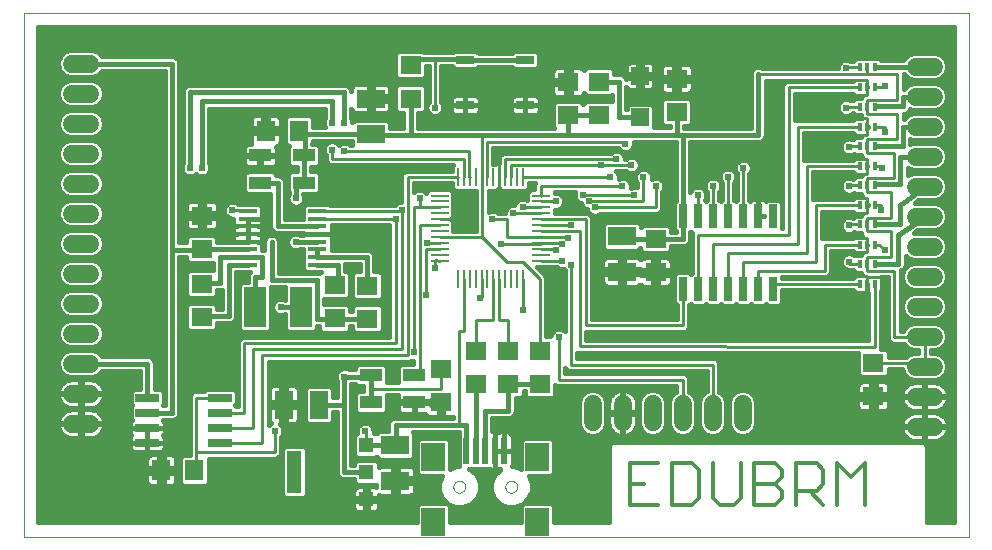
<source format=gtl>
G75*
G70*
%OFA0B0*%
%FSLAX24Y24*%
%IPPOS*%
%LPD*%
%AMOC8*
5,1,8,0,0,1.08239X$1,22.5*
%
%ADD10C,0.0000*%
%ADD11C,0.0120*%
%ADD12R,0.0591X0.0098*%
%ADD13R,0.0098X0.0591*%
%ADD14R,0.0787X0.0945*%
%ADD15R,0.0197X0.0909*%
%ADD16R,0.0710X0.0630*%
%ADD17R,0.0945X0.0630*%
%ADD18R,0.0630X0.0157*%
%ADD19R,0.0512X0.0512*%
%ADD20R,0.0512X0.1417*%
%ADD21R,0.0709X0.0630*%
%ADD22R,0.0630X0.0945*%
%ADD23R,0.0591X0.0591*%
%ADD24R,0.0600X0.0300*%
%ADD25R,0.0748X0.1339*%
%ADD26R,0.0748X0.0433*%
%ADD27R,0.0630X0.0709*%
%ADD28R,0.0800X0.0260*%
%ADD29R,0.0157X0.0276*%
%ADD30C,0.0600*%
%ADD31R,0.0260X0.0800*%
%ADD32C,0.0160*%
%ADD33C,0.0100*%
%ADD34C,0.0239*%
D10*
X000585Y000675D02*
X000585Y018149D01*
X032093Y018149D01*
X032093Y000675D01*
X000585Y000675D01*
X014910Y002348D02*
X014912Y002375D01*
X014918Y002402D01*
X014927Y002428D01*
X014940Y002452D01*
X014956Y002475D01*
X014975Y002494D01*
X014997Y002511D01*
X015021Y002525D01*
X015046Y002535D01*
X015073Y002542D01*
X015100Y002545D01*
X015128Y002544D01*
X015155Y002539D01*
X015181Y002531D01*
X015205Y002519D01*
X015228Y002503D01*
X015249Y002485D01*
X015266Y002464D01*
X015281Y002440D01*
X015292Y002415D01*
X015300Y002389D01*
X015304Y002362D01*
X015304Y002334D01*
X015300Y002307D01*
X015292Y002281D01*
X015281Y002256D01*
X015266Y002232D01*
X015249Y002211D01*
X015228Y002193D01*
X015206Y002177D01*
X015181Y002165D01*
X015155Y002157D01*
X015128Y002152D01*
X015100Y002151D01*
X015073Y002154D01*
X015046Y002161D01*
X015021Y002171D01*
X014997Y002185D01*
X014975Y002202D01*
X014956Y002221D01*
X014940Y002244D01*
X014927Y002268D01*
X014918Y002294D01*
X014912Y002321D01*
X014910Y002348D01*
X016643Y002348D02*
X016645Y002375D01*
X016651Y002402D01*
X016660Y002428D01*
X016673Y002452D01*
X016689Y002475D01*
X016708Y002494D01*
X016730Y002511D01*
X016754Y002525D01*
X016779Y002535D01*
X016806Y002542D01*
X016833Y002545D01*
X016861Y002544D01*
X016888Y002539D01*
X016914Y002531D01*
X016938Y002519D01*
X016961Y002503D01*
X016982Y002485D01*
X016999Y002464D01*
X017014Y002440D01*
X017025Y002415D01*
X017033Y002389D01*
X017037Y002362D01*
X017037Y002334D01*
X017033Y002307D01*
X017025Y002281D01*
X017014Y002256D01*
X016999Y002232D01*
X016982Y002211D01*
X016961Y002193D01*
X016939Y002177D01*
X016914Y002165D01*
X016888Y002157D01*
X016861Y002152D01*
X016833Y002151D01*
X016806Y002154D01*
X016779Y002161D01*
X016754Y002171D01*
X016730Y002185D01*
X016708Y002202D01*
X016689Y002221D01*
X016673Y002244D01*
X016660Y002268D01*
X016651Y002294D01*
X016645Y002321D01*
X016643Y002348D01*
D11*
X020802Y002434D02*
X021262Y002434D01*
X020802Y003124D02*
X020802Y001743D01*
X021723Y001743D01*
X022183Y001743D02*
X022874Y001743D01*
X023104Y001973D01*
X023104Y002894D01*
X022874Y003124D01*
X022183Y003124D01*
X022183Y001743D01*
X023564Y001973D02*
X023794Y001743D01*
X024255Y001743D01*
X024485Y001973D01*
X024485Y003124D01*
X024945Y003124D02*
X025636Y003124D01*
X025866Y002894D01*
X025866Y002664D01*
X025636Y002434D01*
X024945Y002434D01*
X025636Y002434D02*
X025866Y002204D01*
X025866Y001973D01*
X025636Y001743D01*
X024945Y001743D01*
X024945Y003124D01*
X023564Y003124D02*
X023564Y001973D01*
X021723Y003124D02*
X020802Y003124D01*
X026327Y003124D02*
X026327Y001743D01*
X026327Y002204D02*
X027017Y002204D01*
X027247Y002434D01*
X027247Y002894D01*
X027017Y003124D01*
X026327Y003124D01*
X026787Y002204D02*
X027247Y001743D01*
X027708Y001743D02*
X027708Y003124D01*
X028168Y002664D01*
X028629Y003124D01*
X028629Y001743D01*
D12*
X017836Y009886D03*
X017836Y010083D03*
X017836Y010280D03*
X017836Y010477D03*
X017836Y010674D03*
X017836Y010871D03*
X017836Y011067D03*
X017836Y011264D03*
X017836Y011461D03*
X017836Y011658D03*
X017836Y011855D03*
X017836Y012052D03*
X014450Y012052D03*
X014450Y011855D03*
X014450Y011658D03*
X014450Y011461D03*
X014450Y011264D03*
X014450Y011067D03*
X014450Y010871D03*
X014450Y010674D03*
X014450Y010477D03*
X014450Y010280D03*
X014450Y010083D03*
X014450Y009886D03*
D13*
X015060Y009276D03*
X015257Y009276D03*
X015454Y009276D03*
X015651Y009276D03*
X015848Y009276D03*
X016044Y009276D03*
X016241Y009276D03*
X016438Y009276D03*
X016635Y009276D03*
X016832Y009276D03*
X017029Y009276D03*
X017226Y009276D03*
X017226Y012662D03*
X017029Y012662D03*
X016832Y012662D03*
X016635Y012662D03*
X016438Y012662D03*
X016241Y012662D03*
X016044Y012662D03*
X015848Y012662D03*
X015651Y012662D03*
X015454Y012662D03*
X015257Y012662D03*
X015060Y012662D03*
D14*
X014241Y003332D03*
X014241Y001167D03*
X017706Y001167D03*
X017706Y003332D03*
D15*
X016603Y003554D03*
X016289Y003554D03*
X015974Y003554D03*
X015659Y003554D03*
X015344Y003554D03*
D16*
X015656Y005764D03*
X016743Y005767D03*
X017797Y005765D03*
X017797Y006885D03*
X016743Y006887D03*
X015656Y006883D03*
X010948Y007955D03*
X010948Y009074D03*
X006527Y010264D03*
X006527Y011384D03*
X013484Y015287D03*
X013484Y016407D03*
X019759Y015854D03*
X019759Y014734D03*
D17*
X020526Y010695D03*
X020526Y009514D03*
X012159Y014104D03*
X012159Y015285D03*
X012977Y003726D03*
X012977Y002545D03*
D18*
X010377Y009746D03*
X010377Y010002D03*
X010377Y010258D03*
X010377Y010514D03*
X010377Y010770D03*
X010377Y011026D03*
X010377Y011282D03*
X010377Y011538D03*
X008055Y011538D03*
X008055Y011282D03*
X008055Y011026D03*
X008055Y010770D03*
X008055Y010514D03*
X008055Y010258D03*
X008055Y010002D03*
X008055Y009746D03*
D19*
X012008Y003736D03*
X012008Y002830D03*
X012008Y001925D03*
D20*
X009606Y002830D03*
D21*
X014493Y005163D03*
X014493Y006266D03*
X012039Y007949D03*
X012039Y009052D03*
X006516Y009107D03*
X006516Y008005D03*
X018737Y014734D03*
X018737Y015836D03*
X022355Y015941D03*
X022355Y014839D03*
X021649Y010600D03*
X021649Y009497D03*
X028906Y006467D03*
X028906Y005365D03*
D22*
X010438Y005082D03*
X009257Y005082D03*
D23*
X021138Y014660D03*
X021138Y016038D03*
D24*
X017312Y016571D03*
X015312Y016571D03*
X015312Y015071D03*
X017312Y015071D03*
D25*
X009837Y008334D03*
X008301Y008334D03*
D26*
X012152Y006067D03*
X012152Y005161D03*
X013609Y005161D03*
X013609Y006067D03*
X009930Y012482D03*
X008473Y012482D03*
X008473Y013388D03*
X009930Y013388D03*
D27*
X009756Y014211D03*
X008653Y014211D03*
X006276Y002893D03*
X005174Y002893D03*
D28*
X004708Y003816D03*
X004708Y004316D03*
X004708Y004816D03*
X004708Y005316D03*
X007128Y005316D03*
X007128Y004816D03*
X007128Y004316D03*
X007128Y003816D03*
D29*
X028448Y009109D03*
X028704Y009109D03*
X028960Y009109D03*
X028960Y009778D03*
X028704Y009778D03*
X028448Y009778D03*
X028448Y010419D03*
X028704Y010419D03*
X028960Y010419D03*
X028960Y011089D03*
X028704Y011089D03*
X028448Y011089D03*
X028448Y011730D03*
X028704Y011730D03*
X028960Y011730D03*
X028960Y012399D03*
X028704Y012399D03*
X028448Y012399D03*
X028448Y013040D03*
X028704Y013040D03*
X028960Y013040D03*
X028960Y013709D03*
X028704Y013709D03*
X028448Y013709D03*
X028448Y014350D03*
X028704Y014350D03*
X028960Y014350D03*
X028960Y015019D03*
X028704Y015019D03*
X028448Y015019D03*
X028448Y015660D03*
X028704Y015660D03*
X028960Y015660D03*
X028960Y016330D03*
X028704Y016330D03*
X028448Y016330D03*
D30*
X030319Y016351D02*
X030919Y016351D01*
X030919Y015351D02*
X030319Y015351D01*
X030319Y014351D02*
X030919Y014351D01*
X030919Y013351D02*
X030319Y013351D01*
X030319Y012351D02*
X030919Y012351D01*
X030919Y011351D02*
X030319Y011351D01*
X030319Y010351D02*
X030919Y010351D01*
X030919Y009351D02*
X030319Y009351D01*
X030319Y008351D02*
X030919Y008351D01*
X030919Y007351D02*
X030319Y007351D01*
X030319Y006351D02*
X030919Y006351D01*
X030919Y005351D02*
X030319Y005351D01*
X030319Y004351D02*
X030919Y004351D01*
X024552Y004508D02*
X024552Y005108D01*
X023552Y005108D02*
X023552Y004508D01*
X022552Y004508D02*
X022552Y005108D01*
X021552Y005108D02*
X021552Y004508D01*
X020552Y004508D02*
X020552Y005108D01*
X019552Y005108D02*
X019552Y004508D01*
X002800Y004452D02*
X002200Y004452D01*
X002200Y005452D02*
X002800Y005452D01*
X002800Y006452D02*
X002200Y006452D01*
X002200Y007452D02*
X002800Y007452D01*
X002800Y008452D02*
X002200Y008452D01*
X002200Y009452D02*
X002800Y009452D01*
X002800Y010452D02*
X002200Y010452D01*
X002200Y011452D02*
X002800Y011452D01*
X002800Y012452D02*
X002200Y012452D01*
X002200Y013452D02*
X002800Y013452D01*
X002800Y014452D02*
X002200Y014452D01*
X002200Y015452D02*
X002800Y015452D01*
X002800Y016452D02*
X002200Y016452D01*
D31*
X022568Y011359D03*
X023068Y011359D03*
X023568Y011359D03*
X024068Y011359D03*
X024568Y011359D03*
X025068Y011359D03*
X025568Y011359D03*
X025568Y008939D03*
X025068Y008939D03*
X024568Y008939D03*
X024068Y008939D03*
X023568Y008939D03*
X023068Y008939D03*
X022568Y008939D03*
D32*
X022278Y008876D02*
X019541Y008876D01*
X019541Y008718D02*
X022278Y008718D01*
X022278Y008559D02*
X019541Y008559D01*
X019541Y008401D02*
X022350Y008401D01*
X022358Y008393D02*
X022358Y007940D01*
X019541Y007940D01*
X019541Y011351D01*
X019418Y011474D01*
X019244Y011474D01*
X018291Y011474D01*
X018291Y011542D01*
X018291Y011583D01*
X018379Y011583D01*
X018481Y011626D01*
X018560Y011704D01*
X018602Y011807D01*
X018602Y011918D01*
X018560Y012021D01*
X018481Y012099D01*
X018379Y012142D01*
X018291Y012142D01*
X018291Y012157D01*
X018966Y012157D01*
X018951Y012120D01*
X018951Y012009D01*
X018993Y011906D01*
X019072Y011827D01*
X019159Y011791D01*
X019195Y011704D01*
X019274Y011626D01*
X019361Y011590D01*
X019397Y011503D01*
X019475Y011424D01*
X019578Y011382D01*
X019689Y011382D01*
X019792Y011424D01*
X019818Y011451D01*
X021562Y011451D01*
X021736Y011451D01*
X021859Y011574D01*
X021859Y012181D01*
X021886Y012208D01*
X021928Y012311D01*
X021928Y012422D01*
X021886Y012525D01*
X021807Y012603D01*
X021705Y012646D01*
X021594Y012646D01*
X021525Y012618D01*
X021525Y012725D01*
X021483Y012827D01*
X021404Y012906D01*
X021302Y012948D01*
X021190Y012948D01*
X021088Y012906D01*
X021009Y012827D01*
X020967Y012725D01*
X020967Y012613D01*
X021009Y012511D01*
X021036Y012484D01*
X021036Y012328D01*
X020999Y012344D01*
X020888Y012344D01*
X020820Y012315D01*
X020820Y012422D01*
X020777Y012525D01*
X020699Y012603D01*
X020596Y012646D01*
X020485Y012646D01*
X020417Y012618D01*
X020417Y012725D01*
X020374Y012827D01*
X020339Y012862D01*
X020658Y012862D01*
X020685Y012835D01*
X020787Y012793D01*
X020898Y012793D01*
X021001Y012835D01*
X021080Y012914D01*
X021122Y013017D01*
X021122Y013128D01*
X021080Y013230D01*
X021001Y013309D01*
X020898Y013351D01*
X020787Y013351D01*
X020685Y013309D01*
X020658Y013282D01*
X020618Y013282D01*
X020618Y013329D01*
X020576Y013432D01*
X020497Y013511D01*
X020394Y013553D01*
X020283Y013553D01*
X020181Y013511D01*
X020154Y013484D01*
X016722Y013484D01*
X016548Y013484D01*
X016425Y013361D01*
X016425Y013137D01*
X016365Y013137D01*
X016319Y013125D01*
X016306Y013117D01*
X016244Y013117D01*
X016244Y013627D01*
X020401Y013627D01*
X020404Y013619D01*
X020483Y013541D01*
X020586Y013498D01*
X020697Y013498D01*
X020799Y013541D01*
X020878Y013619D01*
X020921Y013722D01*
X020921Y013833D01*
X020917Y013842D01*
X022307Y013842D01*
X022316Y013842D01*
X022316Y011864D01*
X022278Y011826D01*
X022278Y010893D01*
X022316Y010855D01*
X022316Y010840D01*
X022163Y010840D01*
X022163Y010981D01*
X022070Y011075D01*
X021229Y011075D01*
X021159Y011005D01*
X021159Y011076D01*
X021065Y011170D01*
X019988Y011170D01*
X019894Y011076D01*
X019894Y010314D01*
X019988Y010220D01*
X021065Y010220D01*
X021135Y010290D01*
X021135Y010218D01*
X021229Y010125D01*
X022070Y010125D01*
X022163Y010218D01*
X022163Y010360D01*
X022604Y010360D01*
X022692Y010396D01*
X022760Y010464D01*
X022796Y010552D01*
X022796Y010647D01*
X022796Y010831D01*
X022818Y010853D01*
X022858Y010813D01*
X022858Y009486D01*
X022818Y009446D01*
X022764Y009499D01*
X022372Y009499D01*
X022278Y009406D01*
X022278Y008473D01*
X022358Y008393D01*
X022358Y008242D02*
X019541Y008242D01*
X019541Y008084D02*
X022358Y008084D01*
X022778Y008084D02*
X028747Y008084D01*
X028747Y008242D02*
X022778Y008242D01*
X022778Y008393D02*
X022818Y008433D01*
X022872Y008379D01*
X023264Y008379D01*
X023318Y008433D01*
X023372Y008379D01*
X023764Y008379D01*
X023818Y008433D01*
X023872Y008379D01*
X024264Y008379D01*
X024318Y008433D01*
X024372Y008379D01*
X024764Y008379D01*
X024818Y008433D01*
X024872Y008379D01*
X025264Y008379D01*
X025318Y008433D01*
X025372Y008379D01*
X025764Y008379D01*
X025858Y008473D01*
X025858Y008899D01*
X028216Y008899D01*
X028303Y008811D01*
X028543Y008811D01*
X028556Y008804D01*
X028602Y008791D01*
X028704Y008791D01*
X028704Y009109D01*
X028704Y009109D01*
X028704Y008791D01*
X028747Y008791D01*
X028747Y007223D01*
X019339Y007235D01*
X019339Y007520D01*
X022481Y007520D01*
X022655Y007520D01*
X022778Y007643D01*
X022778Y008393D01*
X022786Y008401D02*
X022850Y008401D01*
X023286Y008401D02*
X023350Y008401D01*
X023786Y008401D02*
X023850Y008401D01*
X024286Y008401D02*
X024350Y008401D01*
X024786Y008401D02*
X024850Y008401D01*
X025286Y008401D02*
X025350Y008401D01*
X025786Y008401D02*
X028747Y008401D01*
X028747Y008559D02*
X025858Y008559D01*
X025858Y008718D02*
X028747Y008718D01*
X028704Y008876D02*
X028704Y008876D01*
X028704Y009035D02*
X028704Y009035D01*
X029167Y008873D02*
X029199Y008905D01*
X029199Y009313D01*
X029177Y009335D01*
X029401Y009335D01*
X029401Y007414D01*
X029401Y007240D01*
X029524Y007117D01*
X029918Y007117D01*
X029929Y007090D01*
X030059Y006961D01*
X030228Y006891D01*
X030409Y006891D01*
X030409Y006811D01*
X030228Y006811D01*
X030059Y006741D01*
X029995Y006677D01*
X029420Y006677D01*
X029420Y006849D01*
X029326Y006942D01*
X029167Y006942D01*
X029167Y007012D01*
X029167Y007099D01*
X029167Y007099D01*
X029167Y008873D01*
X029170Y008876D02*
X029401Y008876D01*
X029401Y008718D02*
X029167Y008718D01*
X029167Y008559D02*
X029401Y008559D01*
X029401Y008401D02*
X029167Y008401D01*
X029167Y008242D02*
X029401Y008242D01*
X029401Y008084D02*
X029167Y008084D01*
X029167Y007925D02*
X029401Y007925D01*
X029401Y007767D02*
X029167Y007767D01*
X029167Y007608D02*
X029401Y007608D01*
X029401Y007450D02*
X029167Y007450D01*
X029167Y007291D02*
X029401Y007291D01*
X029509Y007133D02*
X029167Y007133D01*
X029167Y006974D02*
X030046Y006974D01*
X030409Y006815D02*
X029420Y006815D01*
X029420Y006257D02*
X029860Y006257D01*
X029929Y006090D01*
X030059Y005961D01*
X030228Y005891D01*
X031011Y005891D01*
X031180Y005961D01*
X031309Y006090D01*
X031379Y006259D01*
X031379Y006442D01*
X031309Y006611D01*
X031180Y006741D01*
X031011Y006811D01*
X030829Y006811D01*
X030829Y006891D01*
X031011Y006891D01*
X031180Y006961D01*
X031309Y007090D01*
X031379Y007259D01*
X031379Y007442D01*
X031309Y007611D01*
X031180Y007741D01*
X031011Y007811D01*
X030228Y007811D01*
X030059Y007741D01*
X029929Y007611D01*
X029899Y007537D01*
X029821Y007537D01*
X029821Y009558D01*
X029882Y009583D01*
X029950Y009650D01*
X029986Y009738D01*
X029986Y009834D01*
X029986Y010033D01*
X030059Y009961D01*
X030228Y009891D01*
X031011Y009891D01*
X031180Y009961D01*
X031309Y010090D01*
X031379Y010259D01*
X031379Y010442D01*
X031309Y010611D01*
X031180Y010741D01*
X031011Y010811D01*
X030261Y010811D01*
X030377Y010891D01*
X031011Y010891D01*
X031180Y010961D01*
X031309Y011090D01*
X031379Y011259D01*
X031379Y011442D01*
X031309Y011611D01*
X031180Y011741D01*
X031011Y011811D01*
X030298Y011811D01*
X030405Y011891D01*
X031011Y011891D01*
X031180Y011961D01*
X031309Y012090D01*
X031379Y012259D01*
X031379Y012442D01*
X031309Y012611D01*
X031180Y012741D01*
X031011Y012811D01*
X030228Y012811D01*
X030059Y012741D01*
X030053Y012735D01*
X030053Y012967D01*
X030059Y012961D01*
X030228Y012891D01*
X031011Y012891D01*
X031180Y012961D01*
X031309Y013090D01*
X031379Y013259D01*
X031379Y013442D01*
X031309Y013611D01*
X031180Y013741D01*
X031011Y013811D01*
X030228Y013811D01*
X030141Y013775D01*
X030141Y013927D01*
X030228Y013891D01*
X031011Y013891D01*
X031180Y013961D01*
X031309Y014090D01*
X031379Y014259D01*
X031379Y014442D01*
X031309Y014611D01*
X031180Y014741D01*
X031011Y014811D01*
X030228Y014811D01*
X030059Y014741D01*
X029929Y014611D01*
X029922Y014594D01*
X029922Y014784D01*
X029959Y014784D01*
X030047Y014820D01*
X030115Y014888D01*
X030132Y014930D01*
X030228Y014891D01*
X031011Y014891D01*
X031180Y014961D01*
X031309Y015090D01*
X031379Y015259D01*
X031379Y015442D01*
X031309Y015611D01*
X031180Y015741D01*
X031011Y015811D01*
X030228Y015811D01*
X030059Y015741D01*
X029929Y015611D01*
X029922Y015594D01*
X029922Y016090D01*
X029930Y016090D01*
X030059Y015961D01*
X030228Y015891D01*
X031011Y015891D01*
X031180Y015961D01*
X031309Y016090D01*
X031379Y016259D01*
X031379Y016442D01*
X031309Y016611D01*
X031180Y016741D01*
X031011Y016811D01*
X030228Y016811D01*
X030059Y016741D01*
X029929Y016611D01*
X029912Y016570D01*
X029163Y016570D01*
X029105Y016627D01*
X028849Y016627D01*
X028559Y016627D01*
X028303Y016627D01*
X028216Y016540D01*
X028144Y016540D01*
X028054Y016577D01*
X027943Y016577D01*
X027840Y016534D01*
X027762Y016456D01*
X027719Y016353D01*
X027719Y016306D01*
X025196Y016306D01*
X025124Y016336D01*
X025028Y016336D01*
X024940Y016299D01*
X024872Y016232D01*
X024836Y016143D01*
X024836Y014320D01*
X022608Y014320D01*
X022604Y014322D01*
X022595Y014322D01*
X022595Y014364D01*
X022775Y014364D01*
X022869Y014458D01*
X022869Y015220D01*
X022775Y015314D01*
X021934Y015314D01*
X021840Y015220D01*
X021840Y014458D01*
X021934Y014364D01*
X022115Y014364D01*
X022115Y014322D01*
X021593Y014322D01*
X021593Y015022D01*
X021500Y015116D01*
X020777Y015116D01*
X020683Y015022D01*
X020683Y014925D01*
X020680Y014925D01*
X020680Y015666D01*
X020699Y015632D01*
X020732Y015599D01*
X020773Y015575D01*
X020819Y015563D01*
X021070Y015563D01*
X021070Y015970D01*
X021206Y015970D01*
X021206Y015563D01*
X021457Y015563D01*
X021503Y015575D01*
X021544Y015599D01*
X021577Y015632D01*
X021601Y015674D01*
X021613Y015719D01*
X021613Y015971D01*
X021206Y015971D01*
X021206Y016106D01*
X021613Y016106D01*
X021613Y016357D01*
X021601Y016403D01*
X021577Y016444D01*
X021544Y016478D01*
X021503Y016501D01*
X021457Y016514D01*
X021206Y016514D01*
X021206Y016106D01*
X021070Y016106D01*
X021070Y015971D01*
X020663Y015971D01*
X020663Y015942D01*
X020643Y015990D01*
X020576Y016057D01*
X020487Y016094D01*
X020392Y016094D01*
X020274Y016094D01*
X020274Y016235D01*
X020181Y016329D01*
X019338Y016329D01*
X019248Y016239D01*
X019235Y016261D01*
X019201Y016295D01*
X019160Y016319D01*
X019115Y016331D01*
X018814Y016331D01*
X018814Y015914D01*
X018659Y015914D01*
X018659Y016331D01*
X018359Y016331D01*
X018313Y016319D01*
X018272Y016295D01*
X018238Y016261D01*
X018215Y016220D01*
X018202Y016175D01*
X018202Y015913D01*
X018659Y015913D01*
X018659Y015758D01*
X018814Y015758D01*
X018814Y015341D01*
X019115Y015341D01*
X019160Y015353D01*
X019201Y015377D01*
X020200Y015377D01*
X020181Y015379D02*
X020200Y015398D01*
X020200Y015190D01*
X020181Y015209D01*
X019338Y015209D01*
X019247Y015118D01*
X019157Y015208D01*
X018316Y015208D01*
X018222Y015115D01*
X018222Y014352D01*
X018255Y014320D01*
X015856Y014320D01*
X013725Y014320D01*
X013725Y014812D01*
X013905Y014812D01*
X013999Y014906D01*
X013999Y015668D01*
X013905Y015762D01*
X013062Y015762D01*
X012969Y015668D01*
X012969Y014906D01*
X013062Y014812D01*
X013245Y014812D01*
X013245Y014320D01*
X012791Y014320D01*
X012791Y014485D01*
X012697Y014579D01*
X011620Y014579D01*
X011547Y014506D01*
X011547Y014539D01*
X011508Y014634D01*
X011508Y014939D01*
X011518Y014900D01*
X011542Y014859D01*
X011576Y014826D01*
X011617Y014802D01*
X011662Y014790D01*
X012081Y014790D01*
X012081Y015207D01*
X012236Y015207D01*
X012236Y014790D01*
X012655Y014790D01*
X012700Y014802D01*
X012742Y014826D01*
X012775Y014859D01*
X012799Y014900D01*
X012811Y014946D01*
X012811Y015207D01*
X012236Y015207D01*
X012236Y015362D01*
X012811Y015362D01*
X012811Y015623D01*
X012799Y015669D01*
X012775Y015710D01*
X012742Y015744D01*
X012700Y015767D01*
X012655Y015780D01*
X012236Y015780D01*
X012236Y015362D01*
X012081Y015362D01*
X012081Y015780D01*
X011662Y015780D01*
X011617Y015767D01*
X011576Y015744D01*
X011542Y015710D01*
X011518Y015669D01*
X011506Y015623D01*
X011506Y015543D01*
X011471Y015627D01*
X011404Y015694D01*
X011316Y015731D01*
X011220Y015731D01*
X006080Y015731D01*
X005992Y015694D01*
X005924Y015627D01*
X005888Y015539D01*
X005888Y015443D01*
X005888Y013122D01*
X005849Y013027D01*
X005849Y012916D01*
X005891Y012813D01*
X005970Y012734D01*
X006072Y012692D01*
X006183Y012692D01*
X006286Y012734D01*
X006329Y012778D01*
X006373Y012734D01*
X006475Y012692D01*
X006587Y012692D01*
X006689Y012734D01*
X006768Y012813D01*
X006810Y012916D01*
X006810Y013027D01*
X006771Y013122D01*
X006771Y014949D01*
X010625Y014949D01*
X010625Y014634D01*
X010586Y014539D01*
X010586Y014428D01*
X010620Y014344D01*
X010231Y014344D01*
X010231Y014631D01*
X010137Y014725D01*
X009375Y014725D01*
X009281Y014631D01*
X009281Y013790D01*
X009375Y013696D01*
X009422Y013696D01*
X009396Y013671D01*
X009396Y013105D01*
X009489Y013011D01*
X009690Y013011D01*
X009690Y012859D01*
X009489Y012859D01*
X009396Y012765D01*
X009396Y012199D01*
X009415Y012180D01*
X009415Y012114D01*
X009376Y012019D01*
X009376Y011908D01*
X009419Y011805D01*
X009497Y011727D01*
X009600Y011684D01*
X009711Y011684D01*
X009814Y011727D01*
X009892Y011805D01*
X009935Y011908D01*
X009935Y012019D01*
X009899Y012106D01*
X010370Y012106D01*
X010464Y012199D01*
X010464Y012765D01*
X010370Y012859D01*
X010170Y012859D01*
X010170Y013011D01*
X010370Y013011D01*
X010464Y013105D01*
X010464Y013671D01*
X010370Y013764D01*
X010205Y013764D01*
X010231Y013790D01*
X010231Y013864D01*
X011526Y013864D01*
X011526Y013734D01*
X011453Y013734D01*
X011426Y013761D01*
X011324Y013803D01*
X011212Y013803D01*
X011110Y013761D01*
X011093Y013743D01*
X011023Y013813D01*
X010920Y013855D01*
X010809Y013855D01*
X010707Y013813D01*
X010628Y013734D01*
X010586Y013632D01*
X010586Y013520D01*
X010628Y013418D01*
X010655Y013391D01*
X010655Y013187D01*
X010778Y013064D01*
X010952Y013064D01*
X014891Y013064D01*
X014851Y013023D01*
X014851Y012879D01*
X013298Y012879D01*
X013175Y012756D01*
X013175Y012582D01*
X013175Y011840D01*
X013127Y011840D01*
X013025Y011797D01*
X012975Y011748D01*
X010787Y011748D01*
X010759Y011776D01*
X009996Y011776D01*
X009902Y011683D01*
X009902Y011427D01*
X009902Y011271D01*
X009291Y011271D01*
X009291Y012530D01*
X009254Y012618D01*
X009187Y012686D01*
X009098Y012722D01*
X009007Y012722D01*
X009007Y012765D01*
X008913Y012859D01*
X008033Y012859D01*
X007939Y012765D01*
X007939Y012199D01*
X008033Y012106D01*
X008811Y012106D01*
X008811Y011079D01*
X008811Y010984D01*
X008847Y010895D01*
X008915Y010828D01*
X009003Y010791D01*
X009882Y010791D01*
X009882Y010770D01*
X009882Y010742D01*
X009806Y010742D01*
X009711Y010781D01*
X009600Y010781D01*
X009497Y010738D01*
X009419Y010660D01*
X009376Y010557D01*
X009376Y010446D01*
X009419Y010343D01*
X009497Y010265D01*
X009600Y010222D01*
X009711Y010222D01*
X009806Y010262D01*
X009902Y010262D01*
X009902Y010113D01*
X009902Y009857D01*
X009902Y009601D01*
X009996Y009508D01*
X010326Y009508D01*
X010330Y009506D01*
X010425Y009506D01*
X010484Y009506D01*
X010445Y009467D01*
X010409Y009482D01*
X010313Y009482D01*
X009089Y009482D01*
X009089Y010562D01*
X009053Y010650D01*
X008985Y010718D01*
X008897Y010754D01*
X008801Y010754D01*
X008713Y010718D01*
X008646Y010650D01*
X008609Y010562D01*
X008609Y010236D01*
X008594Y010242D01*
X008529Y010242D01*
X008529Y010353D01*
X008537Y010366D01*
X008549Y010412D01*
X008549Y010514D01*
X008403Y010514D01*
X008404Y010514D01*
X008549Y010514D01*
X008549Y010617D01*
X008543Y010642D01*
X008549Y010668D01*
X008549Y010770D01*
X008549Y010872D01*
X008543Y010898D01*
X008549Y010923D01*
X008549Y011026D01*
X008549Y011128D01*
X008543Y011154D01*
X008549Y011179D01*
X008549Y011282D01*
X008549Y011384D01*
X008537Y011430D01*
X008529Y011443D01*
X008529Y011683D01*
X008436Y011776D01*
X007718Y011776D01*
X007697Y011797D01*
X007594Y011840D01*
X007483Y011840D01*
X007381Y011797D01*
X007302Y011719D01*
X007260Y011616D01*
X007260Y011505D01*
X007302Y011402D01*
X007381Y011323D01*
X007483Y011281D01*
X007560Y011281D01*
X007560Y011179D01*
X007566Y011154D01*
X007560Y011128D01*
X007560Y011026D01*
X007705Y011026D01*
X007705Y011026D01*
X007705Y011026D01*
X007560Y011026D01*
X007560Y010923D01*
X007566Y010898D01*
X007560Y010872D01*
X007560Y010770D01*
X007560Y010668D01*
X007566Y010642D01*
X007560Y010617D01*
X007560Y010514D01*
X007560Y010504D01*
X007042Y010504D01*
X007042Y010645D01*
X006949Y010739D01*
X006106Y010739D01*
X006012Y010645D01*
X006012Y010490D01*
X005763Y010490D01*
X005763Y016499D01*
X005727Y016588D01*
X005659Y016655D01*
X005571Y016692D01*
X005475Y016692D01*
X003198Y016692D01*
X003189Y016712D01*
X003060Y016842D01*
X002891Y016912D01*
X002108Y016912D01*
X001939Y016842D01*
X001810Y016712D01*
X001740Y016543D01*
X001740Y016360D01*
X001810Y016191D01*
X001939Y016062D01*
X002108Y015992D01*
X002891Y015992D01*
X003060Y016062D01*
X003189Y016191D01*
X003198Y016212D01*
X005283Y016212D01*
X005283Y010202D01*
X005283Y005056D01*
X005225Y005056D01*
X005215Y005066D01*
X005268Y005120D01*
X005268Y005512D01*
X005175Y005606D01*
X004948Y005606D01*
X004948Y006499D01*
X004912Y006588D01*
X004844Y006655D01*
X004756Y006692D01*
X004661Y006692D01*
X003198Y006692D01*
X003189Y006712D01*
X003060Y006842D01*
X002891Y006912D01*
X002108Y006912D01*
X001939Y006842D01*
X001810Y006712D01*
X001740Y006543D01*
X001740Y006360D01*
X001810Y006191D01*
X001939Y006062D01*
X002108Y005992D01*
X002891Y005992D01*
X003060Y006062D01*
X003189Y006191D01*
X003198Y006212D01*
X004468Y006212D01*
X004468Y005606D01*
X004242Y005606D01*
X004148Y005512D01*
X004148Y005120D01*
X004202Y005066D01*
X004148Y005012D01*
X004148Y004620D01*
X004188Y004580D01*
X004164Y004557D01*
X004141Y004515D01*
X004128Y004470D01*
X004128Y004316D01*
X004128Y004162D01*
X004141Y004117D01*
X004164Y004075D01*
X004174Y004066D01*
X004164Y004057D01*
X004141Y004015D01*
X004128Y003970D01*
X004128Y003816D01*
X004128Y003662D01*
X004141Y003617D01*
X004164Y003575D01*
X004198Y003542D01*
X004239Y003518D01*
X004285Y003506D01*
X004708Y003506D01*
X004708Y003816D01*
X004128Y003816D01*
X004708Y003816D01*
X004708Y003816D01*
X004709Y003816D01*
X005288Y003816D01*
X005288Y003970D01*
X005276Y004015D01*
X005252Y004057D01*
X005243Y004066D01*
X005252Y004075D01*
X005276Y004117D01*
X005288Y004162D01*
X005288Y004316D01*
X005288Y004470D01*
X005276Y004515D01*
X005252Y004557D01*
X005233Y004576D01*
X005475Y004576D01*
X005571Y004576D01*
X005659Y004613D01*
X005727Y004680D01*
X005763Y004768D01*
X005763Y010010D01*
X006012Y010010D01*
X006012Y009883D01*
X006106Y009789D01*
X006896Y009789D01*
X006896Y009582D01*
X006095Y009582D01*
X006002Y009489D01*
X006002Y008726D01*
X006095Y008632D01*
X006937Y008632D01*
X007030Y008726D01*
X007030Y008901D01*
X007183Y008901D01*
X007198Y008908D01*
X007198Y008273D01*
X007030Y008273D01*
X007030Y008386D01*
X006937Y008480D01*
X006095Y008480D01*
X006002Y008386D01*
X006002Y007624D01*
X006095Y007530D01*
X006937Y007530D01*
X007030Y007624D01*
X007030Y007793D01*
X007486Y007793D01*
X007574Y007829D01*
X007642Y007897D01*
X007678Y007985D01*
X007678Y008080D01*
X007678Y009506D01*
X008102Y009506D01*
X008105Y009508D01*
X008126Y009508D01*
X008098Y009479D01*
X008061Y009391D01*
X008061Y009163D01*
X007861Y009163D01*
X007767Y009069D01*
X007767Y007598D01*
X007861Y007504D01*
X008741Y007504D01*
X008835Y007598D01*
X008835Y009002D01*
X009303Y009002D01*
X009303Y008575D01*
X009302Y008575D01*
X009207Y008614D01*
X009096Y008614D01*
X008993Y008572D01*
X008915Y008493D01*
X008872Y008391D01*
X008872Y008280D01*
X008915Y008177D01*
X008993Y008098D01*
X009096Y008056D01*
X009207Y008056D01*
X009302Y008095D01*
X009303Y008095D01*
X009303Y007598D01*
X009396Y007504D01*
X010277Y007504D01*
X010371Y007598D01*
X010371Y007692D01*
X010433Y007692D01*
X010433Y007573D01*
X010527Y007480D01*
X011370Y007480D01*
X011463Y007573D01*
X011463Y007709D01*
X011525Y007709D01*
X011525Y007568D01*
X011618Y007474D01*
X012460Y007474D01*
X012553Y007568D01*
X012553Y008331D01*
X012460Y008424D01*
X011618Y008424D01*
X011525Y008331D01*
X011525Y008189D01*
X011463Y008189D01*
X011463Y008336D01*
X011370Y008429D01*
X010601Y008429D01*
X010601Y008599D01*
X011370Y008599D01*
X011463Y008693D01*
X011463Y009455D01*
X011370Y009549D01*
X011306Y009549D01*
X011306Y009698D01*
X011306Y009762D01*
X011799Y009762D01*
X011799Y009527D01*
X011618Y009527D01*
X011525Y009433D01*
X011525Y008670D01*
X011618Y008577D01*
X012460Y008577D01*
X012553Y008670D01*
X012553Y009433D01*
X012460Y009527D01*
X012279Y009527D01*
X012279Y010050D01*
X012242Y010138D01*
X012175Y010206D01*
X012087Y010242D01*
X011991Y010242D01*
X010852Y010242D01*
X010852Y010369D01*
X010852Y010608D01*
X010860Y010622D01*
X010872Y010668D01*
X010872Y010770D01*
X010872Y010872D01*
X010860Y010918D01*
X010852Y010932D01*
X010852Y011072D01*
X012771Y011072D01*
X012771Y007336D01*
X007855Y007336D01*
X007732Y007213D01*
X007732Y007039D01*
X007732Y005026D01*
X007675Y005026D01*
X007635Y005066D01*
X007688Y005120D01*
X007688Y005512D01*
X007595Y005606D01*
X006662Y005606D01*
X006582Y005526D01*
X006416Y005526D01*
X006242Y005526D01*
X006119Y005403D01*
X006119Y003584D01*
X006119Y003407D01*
X005895Y003407D01*
X005801Y003313D01*
X005801Y002472D01*
X005895Y002378D01*
X006657Y002378D01*
X006751Y002472D01*
X006751Y003287D01*
X008863Y003287D01*
X009037Y003287D01*
X009160Y003410D01*
X009160Y004018D01*
X009187Y004045D01*
X009229Y004147D01*
X009229Y004258D01*
X009187Y004361D01*
X009119Y004429D01*
X009179Y004429D01*
X009179Y005004D01*
X008762Y005004D01*
X008762Y004585D01*
X008774Y004540D01*
X008798Y004499D01*
X008831Y004465D01*
X008841Y004460D01*
X008792Y004440D01*
X008757Y004405D01*
X008757Y006513D01*
X013298Y006513D01*
X013472Y006513D01*
X013511Y006552D01*
X013531Y006544D01*
X013578Y006544D01*
X013578Y006443D01*
X013169Y006443D01*
X013075Y006349D01*
X013075Y005824D01*
X012686Y005824D01*
X012686Y006349D01*
X012593Y006443D01*
X011712Y006443D01*
X011618Y006349D01*
X011618Y006257D01*
X011419Y006257D01*
X011324Y006296D01*
X011212Y006296D01*
X011110Y006254D01*
X011031Y006175D01*
X010989Y006073D01*
X010989Y005961D01*
X011028Y005866D01*
X011028Y005324D01*
X010913Y005323D01*
X010913Y005620D01*
X010819Y005714D01*
X010057Y005714D01*
X009963Y005620D01*
X009963Y004543D01*
X010057Y004449D01*
X010819Y004449D01*
X010913Y004543D01*
X010913Y004842D01*
X011029Y004842D01*
X011028Y004452D01*
X011028Y004397D01*
X011028Y004357D01*
X011028Y002782D01*
X011065Y002694D01*
X011132Y002627D01*
X011220Y002590D01*
X011316Y002590D01*
X011592Y002590D01*
X011592Y002508D01*
X011685Y002414D01*
X012324Y002414D01*
X012324Y002351D01*
X012287Y002361D01*
X012056Y002361D01*
X012056Y001973D01*
X011960Y001973D01*
X011960Y002361D01*
X011728Y002361D01*
X011682Y002348D01*
X011641Y002325D01*
X011608Y002291D01*
X011584Y002250D01*
X011572Y002204D01*
X011572Y001973D01*
X011959Y001973D01*
X011959Y001877D01*
X011572Y001877D01*
X011572Y001645D01*
X011584Y001599D01*
X011608Y001558D01*
X011641Y001525D01*
X011682Y001501D01*
X011728Y001489D01*
X011960Y001489D01*
X011960Y001876D01*
X012056Y001876D01*
X012056Y001489D01*
X012287Y001489D01*
X012333Y001501D01*
X012374Y001525D01*
X012408Y001558D01*
X012431Y001599D01*
X012444Y001645D01*
X012444Y001877D01*
X012056Y001877D01*
X012056Y001973D01*
X012444Y001973D01*
X012444Y002060D01*
X012481Y002050D01*
X012899Y002050D01*
X012899Y002467D01*
X013054Y002467D01*
X013054Y002050D01*
X013473Y002050D01*
X013519Y002062D01*
X013560Y002086D01*
X013593Y002119D01*
X013617Y002160D01*
X013629Y002206D01*
X013629Y002467D01*
X013054Y002467D01*
X013054Y002622D01*
X012899Y002622D01*
X012899Y003039D01*
X012481Y003039D01*
X012435Y003027D01*
X012424Y003021D01*
X012424Y003152D01*
X012330Y003246D01*
X011685Y003246D01*
X011592Y003152D01*
X011592Y003070D01*
X011508Y003070D01*
X011508Y004396D01*
X011509Y005037D01*
X011510Y005038D01*
X011509Y005088D01*
X011509Y005132D01*
X011509Y005133D01*
X011509Y005134D01*
X011508Y005136D01*
X011508Y005777D01*
X011625Y005777D01*
X011712Y005690D01*
X011912Y005690D01*
X011912Y005538D01*
X011712Y005538D01*
X011618Y005444D01*
X011618Y004878D01*
X011712Y004785D01*
X012593Y004785D01*
X012686Y004878D01*
X012686Y005404D01*
X013056Y005404D01*
X013055Y005401D01*
X013055Y005189D01*
X013580Y005189D01*
X013580Y005133D01*
X013055Y005133D01*
X013055Y004921D01*
X013067Y004875D01*
X013091Y004834D01*
X013124Y004801D01*
X013165Y004777D01*
X013211Y004765D01*
X013581Y004765D01*
X013581Y005133D01*
X013637Y005133D01*
X013637Y004765D01*
X013980Y004765D01*
X013995Y004738D01*
X014028Y004704D01*
X014069Y004681D01*
X014115Y004669D01*
X014416Y004669D01*
X014416Y005086D01*
X014571Y005086D01*
X014571Y004669D01*
X014871Y004669D01*
X014888Y004673D01*
X014888Y004644D01*
X012934Y004644D01*
X012845Y004608D01*
X012778Y004540D01*
X012741Y004452D01*
X012741Y004357D01*
X012741Y004201D01*
X012438Y004201D01*
X012359Y004122D01*
X012330Y004152D01*
X012253Y004152D01*
X012253Y004258D01*
X012210Y004361D01*
X012132Y004440D01*
X012029Y004482D01*
X011918Y004482D01*
X011815Y004440D01*
X011737Y004361D01*
X011694Y004258D01*
X011694Y004152D01*
X011685Y004152D01*
X011592Y004058D01*
X011592Y003413D01*
X011685Y003320D01*
X012330Y003320D01*
X012349Y003339D01*
X012438Y003251D01*
X013515Y003251D01*
X013609Y003344D01*
X013609Y004107D01*
X013552Y004164D01*
X015050Y004164D01*
X015104Y004164D01*
X015104Y004093D01*
X015085Y004075D01*
X015085Y003033D01*
X015094Y003025D01*
X014973Y003025D01*
X014795Y002951D01*
X014795Y003871D01*
X014701Y003964D01*
X013781Y003964D01*
X013688Y003871D01*
X013688Y002793D01*
X013781Y002700D01*
X014521Y002700D01*
X014431Y002482D01*
X014431Y002213D01*
X014534Y001964D01*
X014699Y001799D01*
X013781Y001799D01*
X013688Y001705D01*
X013688Y001155D01*
X001065Y001155D01*
X001065Y017669D01*
X031613Y017669D01*
X031613Y001155D01*
X030685Y001155D01*
X030687Y001173D01*
X030687Y003694D01*
X030684Y003714D01*
X030679Y003735D01*
X030671Y003754D01*
X030660Y003772D01*
X030648Y003789D01*
X030633Y003804D01*
X030616Y003816D01*
X030598Y003827D01*
X030579Y003835D01*
X030558Y003840D01*
X030537Y003843D01*
X020232Y003843D01*
X020211Y003840D01*
X020190Y003835D01*
X020171Y003827D01*
X020153Y003816D01*
X020136Y003804D01*
X020121Y003789D01*
X020109Y003772D01*
X020098Y003754D01*
X020090Y003735D01*
X020085Y003714D01*
X020082Y003694D01*
X020082Y001173D01*
X020084Y001155D01*
X018259Y001155D01*
X018259Y001705D01*
X018166Y001799D01*
X017248Y001799D01*
X017413Y001964D01*
X017516Y002213D01*
X017516Y002482D01*
X017426Y002700D01*
X018166Y002700D01*
X018259Y002793D01*
X018259Y003871D01*
X018166Y003964D01*
X017246Y003964D01*
X017152Y003871D01*
X017152Y002951D01*
X016974Y003025D01*
X016866Y003025D01*
X016870Y003030D01*
X016882Y003076D01*
X016882Y003554D01*
X016882Y004032D01*
X016870Y004078D01*
X016846Y004119D01*
X016812Y004152D01*
X016771Y004176D01*
X016726Y004188D01*
X016604Y004188D01*
X016604Y003554D01*
X016882Y003554D01*
X016604Y003554D01*
X016604Y003554D01*
X016603Y003554D01*
X016603Y003554D01*
X016325Y003554D01*
X016289Y003554D01*
X016289Y003554D01*
X016567Y003554D01*
X016603Y003554D01*
X016603Y004188D01*
X016481Y004188D01*
X016446Y004179D01*
X016411Y004188D01*
X016289Y004188D01*
X016289Y003554D01*
X016288Y003554D01*
X016288Y004188D01*
X016211Y004188D01*
X016211Y004646D01*
X016696Y004646D01*
X016791Y004646D01*
X016879Y004683D01*
X016947Y004750D01*
X016983Y004838D01*
X016983Y005292D01*
X017165Y005292D01*
X017258Y005386D01*
X017258Y005527D01*
X017282Y005527D01*
X017282Y005384D01*
X017376Y005290D01*
X018218Y005290D01*
X018312Y005384D01*
X018312Y005731D01*
X018337Y005706D01*
X018511Y005706D01*
X022346Y005706D01*
X022346Y005520D01*
X022292Y005497D01*
X022162Y005368D01*
X022092Y005199D01*
X022092Y004416D01*
X022162Y004247D01*
X022292Y004118D01*
X022461Y004048D01*
X022644Y004048D01*
X022813Y004118D01*
X022942Y004247D01*
X023012Y004416D01*
X023012Y005199D01*
X022942Y005368D01*
X022813Y005497D01*
X022766Y005517D01*
X022766Y005829D01*
X022766Y006003D01*
X022643Y006126D01*
X018634Y006126D01*
X018634Y006316D01*
X018740Y006210D01*
X018914Y006210D01*
X023354Y006210D01*
X023354Y005523D01*
X023292Y005497D01*
X023162Y005368D01*
X023092Y005199D01*
X023092Y004416D01*
X023162Y004247D01*
X023292Y004118D01*
X023461Y004048D01*
X023644Y004048D01*
X023813Y004118D01*
X023942Y004247D01*
X024012Y004416D01*
X024012Y005199D01*
X023942Y005368D01*
X023813Y005497D01*
X023774Y005514D01*
X023774Y006333D01*
X023774Y006507D01*
X023651Y006630D01*
X019037Y006630D01*
X019037Y006820D01*
X019042Y006815D01*
X019042Y006815D01*
X019042Y006815D01*
X019135Y006815D01*
X028391Y006803D01*
X028391Y006086D01*
X028485Y005992D01*
X029326Y005992D01*
X029420Y006086D01*
X029420Y006257D01*
X029420Y006181D02*
X029892Y006181D01*
X029997Y006023D02*
X029357Y006023D01*
X029330Y005848D02*
X029284Y005860D01*
X028983Y005860D01*
X028983Y005443D01*
X028828Y005443D01*
X028828Y005860D01*
X028528Y005860D01*
X028482Y005848D01*
X028441Y005824D01*
X028407Y005791D01*
X028384Y005749D01*
X028371Y005704D01*
X028371Y005443D01*
X028828Y005443D01*
X028828Y005287D01*
X028983Y005287D01*
X028983Y004870D01*
X029284Y004870D01*
X029330Y004882D01*
X029371Y004906D01*
X029404Y004940D01*
X029428Y004981D01*
X029440Y005026D01*
X029440Y005287D01*
X028984Y005287D01*
X028984Y005443D01*
X029440Y005443D01*
X029440Y005704D01*
X029428Y005749D01*
X029404Y005791D01*
X029371Y005824D01*
X029330Y005848D01*
X029440Y005706D02*
X029995Y005706D01*
X030006Y005717D02*
X029953Y005664D01*
X029909Y005602D01*
X029874Y005535D01*
X029851Y005463D01*
X029839Y005389D01*
X029839Y005371D01*
X030599Y005371D01*
X030599Y005331D01*
X029839Y005331D01*
X029839Y005313D01*
X029851Y005238D01*
X029874Y005167D01*
X029909Y005099D01*
X029953Y005038D01*
X030006Y004985D01*
X030068Y004940D01*
X030135Y004906D01*
X030207Y004883D01*
X030281Y004871D01*
X030599Y004871D01*
X030599Y005331D01*
X030639Y005331D01*
X030639Y004871D01*
X030957Y004871D01*
X031032Y004883D01*
X031103Y004906D01*
X031171Y004940D01*
X031232Y004985D01*
X031285Y005038D01*
X031330Y005099D01*
X031364Y005167D01*
X031387Y005238D01*
X031399Y005313D01*
X031399Y005331D01*
X030639Y005331D01*
X030639Y005371D01*
X030599Y005371D01*
X030599Y005831D01*
X030281Y005831D01*
X030207Y005819D01*
X030135Y005796D01*
X030068Y005761D01*
X030006Y005717D01*
X029880Y005547D02*
X029440Y005547D01*
X029839Y005389D02*
X028984Y005389D01*
X028828Y005389D02*
X024922Y005389D01*
X024942Y005368D02*
X024813Y005497D01*
X024644Y005568D01*
X024461Y005568D01*
X024292Y005497D01*
X024162Y005368D01*
X024092Y005199D01*
X024092Y004416D01*
X024162Y004247D01*
X024292Y004118D01*
X024461Y004048D01*
X024644Y004048D01*
X024813Y004118D01*
X024942Y004247D01*
X025012Y004416D01*
X025012Y005199D01*
X024942Y005368D01*
X024999Y005230D02*
X028371Y005230D01*
X028371Y005287D02*
X028371Y005026D01*
X028384Y004981D01*
X028407Y004940D01*
X028441Y004906D01*
X028482Y004882D01*
X028528Y004870D01*
X028828Y004870D01*
X028828Y005287D01*
X028371Y005287D01*
X028371Y005071D02*
X025012Y005071D01*
X025012Y004913D02*
X028434Y004913D01*
X028828Y004913D02*
X028983Y004913D01*
X028983Y005071D02*
X028828Y005071D01*
X028828Y005230D02*
X028983Y005230D01*
X028983Y005547D02*
X028828Y005547D01*
X028828Y005706D02*
X028983Y005706D01*
X028372Y005706D02*
X023774Y005706D01*
X023774Y005864D02*
X031613Y005864D01*
X031613Y005706D02*
X031243Y005706D01*
X031232Y005717D02*
X031171Y005761D01*
X031103Y005796D01*
X031032Y005819D01*
X030957Y005831D01*
X030639Y005831D01*
X030639Y005371D01*
X031399Y005371D01*
X031399Y005389D01*
X031387Y005463D01*
X031364Y005535D01*
X031330Y005602D01*
X031285Y005664D01*
X031232Y005717D01*
X031358Y005547D02*
X031613Y005547D01*
X031613Y005389D02*
X031399Y005389D01*
X031385Y005230D02*
X031613Y005230D01*
X031613Y005071D02*
X031309Y005071D01*
X031117Y004913D02*
X031613Y004913D01*
X031613Y004754D02*
X031180Y004754D01*
X031171Y004761D02*
X031103Y004796D01*
X031032Y004819D01*
X030957Y004831D01*
X030639Y004831D01*
X030639Y004371D01*
X030599Y004371D01*
X030599Y004331D01*
X029839Y004331D01*
X029839Y004313D01*
X029851Y004238D01*
X029874Y004167D01*
X029909Y004099D01*
X029953Y004038D01*
X030006Y003985D01*
X030068Y003940D01*
X030135Y003906D01*
X030207Y003883D01*
X030281Y003871D01*
X030599Y003871D01*
X030599Y004331D01*
X030639Y004331D01*
X030639Y003871D01*
X030957Y003871D01*
X031032Y003883D01*
X031103Y003906D01*
X031171Y003940D01*
X031232Y003985D01*
X031285Y004038D01*
X031330Y004099D01*
X031364Y004167D01*
X031387Y004238D01*
X031399Y004313D01*
X031399Y004331D01*
X030639Y004331D01*
X030639Y004371D01*
X031399Y004371D01*
X031399Y004389D01*
X031387Y004463D01*
X031364Y004535D01*
X031330Y004602D01*
X031285Y004664D01*
X031232Y004717D01*
X031171Y004761D01*
X031333Y004596D02*
X031613Y004596D01*
X031613Y004437D02*
X031391Y004437D01*
X031394Y004279D02*
X031613Y004279D01*
X031613Y004120D02*
X031340Y004120D01*
X031200Y003962D02*
X031613Y003962D01*
X031613Y003803D02*
X030633Y003803D01*
X030639Y003962D02*
X030599Y003962D01*
X030599Y004120D02*
X030639Y004120D01*
X030639Y004279D02*
X030599Y004279D01*
X030599Y004371D02*
X029839Y004371D01*
X029839Y004389D01*
X029851Y004463D01*
X029874Y004535D01*
X029909Y004602D01*
X029953Y004664D01*
X030006Y004717D01*
X030068Y004761D01*
X030135Y004796D01*
X030207Y004819D01*
X030281Y004831D01*
X030599Y004831D01*
X030599Y004371D01*
X030599Y004437D02*
X030639Y004437D01*
X030639Y004596D02*
X030599Y004596D01*
X030599Y004754D02*
X030639Y004754D01*
X030639Y004913D02*
X030599Y004913D01*
X030599Y005071D02*
X030639Y005071D01*
X030639Y005230D02*
X030599Y005230D01*
X030599Y005389D02*
X030639Y005389D01*
X030639Y005547D02*
X030599Y005547D01*
X030599Y005706D02*
X030639Y005706D01*
X031242Y006023D02*
X031613Y006023D01*
X031613Y006181D02*
X031347Y006181D01*
X031379Y006340D02*
X031613Y006340D01*
X031613Y006498D02*
X031356Y006498D01*
X031264Y006657D02*
X031613Y006657D01*
X031613Y006815D02*
X030829Y006815D01*
X031193Y006974D02*
X031613Y006974D01*
X031613Y007133D02*
X031327Y007133D01*
X031379Y007291D02*
X031613Y007291D01*
X031613Y007450D02*
X031376Y007450D01*
X031311Y007608D02*
X031613Y007608D01*
X031613Y007767D02*
X031117Y007767D01*
X031094Y007925D02*
X031613Y007925D01*
X031613Y008084D02*
X031303Y008084D01*
X031309Y008090D02*
X031379Y008259D01*
X031379Y008442D01*
X031309Y008611D01*
X031180Y008741D01*
X031011Y008811D01*
X030228Y008811D01*
X030059Y008741D01*
X029929Y008611D01*
X029859Y008442D01*
X029859Y008259D01*
X029929Y008090D01*
X030059Y007961D01*
X030228Y007891D01*
X031011Y007891D01*
X031180Y007961D01*
X031309Y008090D01*
X031372Y008242D02*
X031613Y008242D01*
X031613Y008401D02*
X031379Y008401D01*
X031331Y008559D02*
X031613Y008559D01*
X031613Y008718D02*
X031203Y008718D01*
X031180Y008961D02*
X031011Y008891D01*
X030228Y008891D01*
X030059Y008961D01*
X029929Y009090D01*
X029859Y009259D01*
X029859Y009442D01*
X029929Y009611D01*
X030059Y009741D01*
X030228Y009811D01*
X031011Y009811D01*
X031180Y009741D01*
X031309Y009611D01*
X031379Y009442D01*
X031379Y009259D01*
X031309Y009090D01*
X031180Y008961D01*
X031254Y009035D02*
X031613Y009035D01*
X031613Y008876D02*
X029821Y008876D01*
X029821Y008718D02*
X030036Y008718D01*
X029908Y008559D02*
X029821Y008559D01*
X029821Y008401D02*
X029859Y008401D01*
X029866Y008242D02*
X029821Y008242D01*
X029821Y008084D02*
X029936Y008084D01*
X029821Y007925D02*
X030145Y007925D01*
X030121Y007767D02*
X029821Y007767D01*
X029821Y007608D02*
X029928Y007608D01*
X028747Y007608D02*
X022743Y007608D01*
X022778Y007767D02*
X028747Y007767D01*
X028747Y007925D02*
X022778Y007925D01*
X022278Y009035D02*
X022108Y009035D01*
X022114Y009038D02*
X022147Y009072D01*
X022171Y009113D01*
X022183Y009159D01*
X022183Y009420D01*
X021727Y009420D01*
X021727Y009575D01*
X022183Y009575D01*
X022183Y009836D01*
X022171Y009882D01*
X022147Y009923D01*
X022114Y009956D01*
X022073Y009980D01*
X022027Y009992D01*
X021727Y009992D01*
X021727Y009575D01*
X021572Y009575D01*
X021572Y009992D01*
X021271Y009992D01*
X021225Y009980D01*
X021184Y009956D01*
X021152Y009924D01*
X021143Y009939D01*
X021109Y009973D01*
X021068Y009996D01*
X021022Y010009D01*
X020604Y010009D01*
X020604Y009592D01*
X020449Y009592D01*
X020449Y010009D01*
X020030Y010009D01*
X019984Y009996D01*
X019943Y009973D01*
X019910Y009939D01*
X019886Y009898D01*
X019874Y009853D01*
X019874Y009591D01*
X020449Y009591D01*
X020449Y009436D01*
X020604Y009436D01*
X020604Y009019D01*
X021022Y009019D01*
X021068Y009031D01*
X021109Y009055D01*
X021142Y009087D01*
X021151Y009072D01*
X021184Y009038D01*
X021225Y009015D01*
X021271Y009002D01*
X021572Y009002D01*
X021572Y009420D01*
X021727Y009420D01*
X021727Y009002D01*
X022027Y009002D01*
X022073Y009015D01*
X022114Y009038D01*
X022183Y009194D02*
X022278Y009194D01*
X022278Y009352D02*
X022183Y009352D01*
X022183Y009669D02*
X022858Y009669D01*
X022858Y009511D02*
X021727Y009511D01*
X021571Y009511D02*
X020604Y009511D01*
X020604Y009436D02*
X020604Y009591D01*
X021115Y009591D01*
X021115Y009575D01*
X021571Y009575D01*
X021571Y009420D01*
X021179Y009420D01*
X021179Y009436D01*
X020604Y009436D01*
X020604Y009352D02*
X020449Y009352D01*
X020449Y009436D02*
X020449Y009019D01*
X020030Y009019D01*
X019984Y009031D01*
X019943Y009055D01*
X019910Y009088D01*
X019886Y009129D01*
X019874Y009175D01*
X019874Y009436D01*
X020449Y009436D01*
X020449Y009511D02*
X019541Y009511D01*
X019541Y009669D02*
X019874Y009669D01*
X019874Y009828D02*
X019541Y009828D01*
X019541Y009986D02*
X019967Y009986D01*
X019541Y010145D02*
X021208Y010145D01*
X021249Y009986D02*
X021086Y009986D01*
X021572Y009986D02*
X021727Y009986D01*
X021727Y009828D02*
X021572Y009828D01*
X021572Y009669D02*
X021727Y009669D01*
X021727Y009352D02*
X021572Y009352D01*
X021572Y009194D02*
X021727Y009194D01*
X021727Y009035D02*
X021572Y009035D01*
X021190Y009035D02*
X021075Y009035D01*
X020604Y009035D02*
X020449Y009035D01*
X020449Y009194D02*
X020604Y009194D01*
X020604Y009669D02*
X020449Y009669D01*
X020449Y009828D02*
X020604Y009828D01*
X020604Y009986D02*
X020449Y009986D01*
X019904Y010303D02*
X019541Y010303D01*
X019541Y010462D02*
X019894Y010462D01*
X019894Y010620D02*
X019541Y010620D01*
X019541Y010779D02*
X019894Y010779D01*
X019894Y010938D02*
X019541Y010938D01*
X019541Y011096D02*
X019914Y011096D01*
X019541Y011255D02*
X022278Y011255D01*
X022278Y011413D02*
X019765Y011413D01*
X019502Y011413D02*
X019479Y011413D01*
X019368Y011572D02*
X018291Y011572D01*
X018571Y011730D02*
X019184Y011730D01*
X019011Y011889D02*
X018602Y011889D01*
X018534Y012047D02*
X018951Y012047D01*
X017609Y012261D02*
X017474Y012261D01*
X017380Y012167D01*
X017380Y011936D01*
X017380Y011890D01*
X017373Y011898D01*
X017270Y011940D01*
X017159Y011940D01*
X017056Y011898D01*
X016978Y011819D01*
X016944Y011739D01*
X016857Y011739D01*
X016754Y011696D01*
X016675Y011618D01*
X016633Y011515D01*
X016633Y011468D01*
X016624Y011468D01*
X016392Y011468D01*
X016365Y011495D01*
X016262Y011537D01*
X016151Y011537D01*
X016081Y011508D01*
X016081Y012207D01*
X016160Y012207D01*
X016306Y012207D01*
X016319Y012199D01*
X016365Y012187D01*
X016438Y012187D01*
X016438Y012288D01*
X016438Y012288D01*
X016438Y012288D01*
X016438Y012187D01*
X016511Y012187D01*
X016557Y012199D01*
X016570Y012207D01*
X016750Y012207D01*
X016947Y012207D01*
X017144Y012207D01*
X017341Y012207D01*
X017435Y012300D01*
X017435Y012459D01*
X017615Y012459D01*
X017609Y012454D01*
X017609Y012280D01*
X017609Y012261D01*
X017609Y012364D02*
X017435Y012364D01*
X017419Y012206D02*
X016569Y012206D01*
X016438Y012206D02*
X016438Y012206D01*
X016307Y012206D02*
X016081Y012206D01*
X016081Y012047D02*
X017380Y012047D01*
X017047Y011889D02*
X016081Y011889D01*
X016081Y011730D02*
X016836Y011730D01*
X016656Y011572D02*
X016081Y011572D01*
X015661Y011572D02*
X014905Y011572D01*
X014905Y011577D02*
X014905Y011773D01*
X014905Y011970D01*
X014905Y012167D01*
X014811Y012261D01*
X014088Y012261D01*
X013995Y012167D01*
X013995Y012152D01*
X013946Y012200D01*
X013843Y012243D01*
X013732Y012243D01*
X013629Y012200D01*
X013595Y012165D01*
X013595Y012459D01*
X014851Y012459D01*
X014851Y012300D01*
X014945Y012207D01*
X015176Y012207D01*
X015372Y012207D01*
X015569Y012207D01*
X015661Y012207D01*
X015661Y010884D01*
X014905Y010884D01*
X014905Y010986D01*
X014905Y011132D01*
X014913Y011146D01*
X014925Y011191D01*
X014925Y011264D01*
X014824Y011264D01*
X014824Y011264D01*
X014824Y011264D01*
X014925Y011264D01*
X014925Y011337D01*
X014913Y011383D01*
X014905Y011396D01*
X014905Y011577D01*
X014905Y011730D02*
X015661Y011730D01*
X015661Y011889D02*
X014905Y011889D01*
X014905Y012047D02*
X015661Y012047D01*
X015661Y012206D02*
X014866Y012206D01*
X014851Y012364D02*
X013595Y012364D01*
X013595Y012206D02*
X013643Y012206D01*
X013932Y012206D02*
X014033Y012206D01*
X013175Y012206D02*
X010464Y012206D01*
X010464Y012364D02*
X013175Y012364D01*
X013175Y012523D02*
X010464Y012523D01*
X010464Y012682D02*
X013175Y012682D01*
X013259Y012840D02*
X010389Y012840D01*
X010170Y012999D02*
X014851Y012999D01*
X016244Y013157D02*
X016425Y013157D01*
X016425Y013316D02*
X016244Y013316D01*
X016244Y013474D02*
X016539Y013474D01*
X015904Y014080D02*
X018726Y014080D01*
X018726Y014734D01*
X018737Y014734D01*
X019759Y014734D01*
X019759Y014734D01*
X020440Y014685D02*
X021138Y014685D01*
X021138Y014660D01*
X021593Y014584D02*
X021840Y014584D01*
X021840Y014743D02*
X021593Y014743D01*
X021593Y014901D02*
X021840Y014901D01*
X021840Y015060D02*
X021556Y015060D01*
X021840Y015218D02*
X020680Y015218D01*
X020680Y015060D02*
X020721Y015060D01*
X020680Y015377D02*
X024836Y015377D01*
X024836Y015535D02*
X022864Y015535D01*
X022853Y015516D02*
X022877Y015557D01*
X022889Y015603D01*
X022889Y015864D01*
X022432Y015864D01*
X022432Y016019D01*
X022277Y016019D01*
X022277Y016436D01*
X021977Y016436D01*
X021931Y016424D01*
X021890Y016400D01*
X021856Y016367D01*
X021833Y016326D01*
X021820Y016280D01*
X021820Y016019D01*
X022277Y016019D01*
X022277Y015864D01*
X021820Y015864D01*
X021820Y015603D01*
X021833Y015557D01*
X021856Y015516D01*
X021890Y015482D01*
X021931Y015459D01*
X021977Y015446D01*
X022277Y015446D01*
X022277Y015864D01*
X022432Y015864D01*
X022432Y015446D01*
X022733Y015446D01*
X022778Y015459D01*
X022819Y015482D01*
X022853Y015516D01*
X022889Y015694D02*
X024836Y015694D01*
X024836Y015852D02*
X022889Y015852D01*
X022889Y016019D02*
X022432Y016019D01*
X022432Y016436D01*
X022733Y016436D01*
X022778Y016424D01*
X022819Y016400D01*
X022853Y016367D01*
X022877Y016326D01*
X022889Y016280D01*
X022889Y016019D01*
X022889Y016169D02*
X024847Y016169D01*
X024836Y016011D02*
X022432Y016011D01*
X022277Y016011D02*
X021206Y016011D01*
X021070Y016011D02*
X020622Y016011D01*
X020663Y016106D02*
X021070Y016106D01*
X021070Y016514D01*
X020819Y016514D01*
X020773Y016501D01*
X020732Y016478D01*
X020699Y016444D01*
X020675Y016403D01*
X020663Y016357D01*
X020663Y016106D01*
X020663Y016169D02*
X020274Y016169D01*
X020181Y016328D02*
X020663Y016328D01*
X020748Y016487D02*
X017772Y016487D01*
X017772Y016355D02*
X017772Y016787D01*
X017678Y016881D01*
X016946Y016881D01*
X016876Y016811D01*
X015748Y016811D01*
X015678Y016881D01*
X014946Y016881D01*
X014904Y016840D01*
X013947Y016840D01*
X013905Y016882D01*
X013062Y016882D01*
X012969Y016788D01*
X012969Y016025D01*
X013062Y015932D01*
X013905Y015932D01*
X013999Y016025D01*
X013999Y016360D01*
X014082Y016360D01*
X014082Y015172D01*
X014055Y015145D01*
X014012Y015043D01*
X014012Y014931D01*
X014055Y014829D01*
X014133Y014750D01*
X014236Y014708D01*
X014347Y014708D01*
X014450Y014750D01*
X014528Y014829D01*
X014571Y014931D01*
X014571Y015043D01*
X014528Y015145D01*
X014502Y015172D01*
X014502Y016360D01*
X014852Y016360D01*
X014852Y016355D01*
X014946Y016261D01*
X015678Y016261D01*
X015748Y016331D01*
X016876Y016331D01*
X016946Y016261D01*
X017678Y016261D01*
X017772Y016355D01*
X017745Y016328D02*
X018348Y016328D01*
X018202Y016169D02*
X014502Y016169D01*
X014502Y016011D02*
X018202Y016011D01*
X018659Y016011D02*
X018814Y016011D01*
X018814Y016169D02*
X018659Y016169D01*
X018659Y016328D02*
X018814Y016328D01*
X019125Y016328D02*
X019337Y016328D01*
X019759Y015854D02*
X020440Y015854D01*
X020440Y014685D01*
X020200Y015218D02*
X017792Y015218D01*
X017792Y015245D02*
X017780Y015291D01*
X017756Y015332D01*
X017723Y015365D01*
X017682Y015389D01*
X017636Y015401D01*
X017312Y015401D01*
X016988Y015401D01*
X016943Y015389D01*
X016902Y015365D01*
X016868Y015332D01*
X016844Y015291D01*
X016832Y015245D01*
X016832Y015071D01*
X016832Y014897D01*
X016844Y014852D01*
X016868Y014811D01*
X016902Y014777D01*
X016943Y014753D01*
X016988Y014741D01*
X017312Y014741D01*
X017312Y015071D01*
X016832Y015071D01*
X017312Y015071D01*
X017312Y015071D01*
X017312Y015071D01*
X017312Y014741D01*
X017636Y014741D01*
X017682Y014753D01*
X017723Y014777D01*
X017756Y014811D01*
X017780Y014852D01*
X017792Y014897D01*
X017792Y015071D01*
X017313Y015071D01*
X017313Y015071D01*
X017792Y015071D01*
X017792Y015245D01*
X017702Y015377D02*
X018272Y015377D01*
X018313Y015353D01*
X018359Y015341D01*
X018659Y015341D01*
X018659Y015758D01*
X018202Y015758D01*
X018202Y015497D01*
X018215Y015451D01*
X018238Y015410D01*
X018272Y015377D01*
X018202Y015535D02*
X014502Y015535D01*
X014502Y015377D02*
X014922Y015377D01*
X014902Y015365D02*
X014868Y015332D01*
X014844Y015291D01*
X014832Y015245D01*
X014832Y015071D01*
X014832Y014897D01*
X014844Y014852D01*
X014868Y014811D01*
X014902Y014777D01*
X014943Y014753D01*
X014988Y014741D01*
X015312Y014741D01*
X015312Y015071D01*
X014832Y015071D01*
X015312Y015071D01*
X015312Y015071D01*
X015312Y015071D01*
X015312Y014741D01*
X015636Y014741D01*
X015682Y014753D01*
X015723Y014777D01*
X015756Y014811D01*
X015780Y014852D01*
X015792Y014897D01*
X015792Y015071D01*
X015313Y015071D01*
X015313Y015071D01*
X015792Y015071D01*
X015792Y015245D01*
X015780Y015291D01*
X015756Y015332D01*
X015723Y015365D01*
X015682Y015389D01*
X015636Y015401D01*
X015312Y015401D01*
X014988Y015401D01*
X014943Y015389D01*
X014902Y015365D01*
X014832Y015218D02*
X014502Y015218D01*
X014564Y015060D02*
X014832Y015060D01*
X014832Y014901D02*
X014558Y014901D01*
X014431Y014743D02*
X014983Y014743D01*
X015312Y014743D02*
X015312Y014743D01*
X015312Y014901D02*
X015312Y014901D01*
X015312Y015060D02*
X015312Y015060D01*
X015312Y015071D02*
X015312Y015401D01*
X015312Y015071D01*
X015312Y015071D01*
X015312Y015218D02*
X015312Y015218D01*
X015312Y015377D02*
X015312Y015377D01*
X015702Y015377D02*
X016922Y015377D01*
X016832Y015218D02*
X015792Y015218D01*
X015792Y015060D02*
X016832Y015060D01*
X016832Y014901D02*
X015792Y014901D01*
X015642Y014743D02*
X016983Y014743D01*
X017312Y014743D02*
X017312Y014743D01*
X017312Y014901D02*
X017312Y014901D01*
X017312Y015060D02*
X017312Y015060D01*
X017312Y015071D02*
X017312Y015401D01*
X017312Y015071D01*
X017312Y015071D01*
X017312Y015218D02*
X017312Y015218D01*
X017312Y015377D02*
X017312Y015377D01*
X017792Y015060D02*
X018222Y015060D01*
X018222Y014901D02*
X017792Y014901D01*
X017642Y014743D02*
X018222Y014743D01*
X018222Y014584D02*
X013725Y014584D01*
X013725Y014426D02*
X018222Y014426D01*
X018726Y014080D02*
X018928Y014080D01*
X018926Y014082D01*
X022355Y014082D01*
X022355Y014839D01*
X022869Y014901D02*
X024836Y014901D01*
X024836Y014743D02*
X022869Y014743D01*
X022869Y014584D02*
X024836Y014584D01*
X024836Y014426D02*
X022837Y014426D01*
X022556Y014082D02*
X022556Y014080D01*
X025076Y014080D01*
X025076Y016096D01*
X025142Y016328D02*
X027719Y016328D01*
X027793Y016487D02*
X021528Y016487D01*
X021613Y016328D02*
X021834Y016328D01*
X021820Y016169D02*
X021613Y016169D01*
X021206Y016169D02*
X021070Y016169D01*
X021070Y016328D02*
X021206Y016328D01*
X021206Y016487D02*
X021070Y016487D01*
X021070Y015852D02*
X021206Y015852D01*
X021206Y015694D02*
X021070Y015694D01*
X020680Y015535D02*
X021845Y015535D01*
X021820Y015694D02*
X021606Y015694D01*
X021613Y015852D02*
X021820Y015852D01*
X022277Y015852D02*
X022432Y015852D01*
X022432Y015694D02*
X022277Y015694D01*
X022277Y015535D02*
X022432Y015535D01*
X022869Y015218D02*
X024836Y015218D01*
X024836Y015060D02*
X022869Y015060D01*
X021873Y014426D02*
X021593Y014426D01*
X022355Y014082D02*
X022556Y014082D01*
X022556Y014080D02*
X022556Y011359D01*
X022568Y011359D01*
X022556Y011359D02*
X022556Y010600D01*
X021649Y010600D01*
X020526Y010600D01*
X020526Y010695D01*
X021139Y011096D02*
X022278Y011096D01*
X022278Y010938D02*
X022163Y010938D01*
X022796Y010779D02*
X022858Y010779D01*
X022858Y010620D02*
X022796Y010620D01*
X022758Y010462D02*
X022858Y010462D01*
X022858Y010303D02*
X022163Y010303D01*
X022090Y010145D02*
X022858Y010145D01*
X022858Y009986D02*
X022049Y009986D01*
X022183Y009828D02*
X022858Y009828D01*
X025068Y011360D02*
X025068Y011939D01*
X024914Y011939D01*
X024869Y011927D01*
X024827Y011903D01*
X024804Y011880D01*
X024778Y011906D01*
X024778Y012782D01*
X024809Y012813D01*
X024851Y012916D01*
X024851Y013027D01*
X024809Y013130D01*
X024730Y013208D01*
X024628Y013251D01*
X024516Y013251D01*
X024414Y013208D01*
X024335Y013130D01*
X024293Y013027D01*
X024293Y012916D01*
X024335Y012813D01*
X024358Y012790D01*
X024358Y011906D01*
X024318Y011866D01*
X024278Y011906D01*
X024278Y012484D01*
X024305Y012511D01*
X024347Y012613D01*
X024347Y012725D01*
X024305Y012827D01*
X024226Y012906D01*
X024124Y012948D01*
X024012Y012948D01*
X023910Y012906D01*
X023831Y012827D01*
X023789Y012725D01*
X023789Y012613D01*
X023831Y012511D01*
X023858Y012484D01*
X023858Y011906D01*
X023818Y011866D01*
X023774Y011909D01*
X023774Y012181D01*
X023801Y012208D01*
X023843Y012311D01*
X023843Y012422D01*
X023801Y012525D01*
X023722Y012603D01*
X023620Y012646D01*
X023509Y012646D01*
X023406Y012603D01*
X023327Y012525D01*
X023285Y012422D01*
X023285Y012311D01*
X023327Y012208D01*
X023354Y012181D01*
X023354Y011902D01*
X023318Y011866D01*
X023287Y011896D01*
X023297Y011906D01*
X023339Y012009D01*
X023339Y012120D01*
X023297Y012222D01*
X023218Y012301D01*
X023116Y012344D01*
X023005Y012344D01*
X022902Y012301D01*
X022823Y012222D01*
X022796Y012157D01*
X022796Y013840D01*
X025028Y013840D01*
X025124Y013840D01*
X025212Y013877D01*
X025279Y013944D01*
X025316Y014032D01*
X025316Y015886D01*
X028231Y015886D01*
X028216Y015870D01*
X026171Y015870D01*
X025997Y015870D01*
X025874Y015747D01*
X025874Y010964D01*
X025858Y010964D01*
X025858Y011826D01*
X025764Y011919D01*
X025372Y011919D01*
X025332Y011880D01*
X025309Y011903D01*
X025267Y011927D01*
X025222Y011939D01*
X025068Y011939D01*
X025068Y011360D01*
X025068Y011360D01*
X025068Y011359D02*
X025278Y011359D01*
X025068Y011359D01*
X025068Y011359D01*
X025068Y011413D02*
X025068Y011413D01*
X025068Y011572D02*
X025068Y011572D01*
X025068Y011730D02*
X025068Y011730D01*
X025068Y011889D02*
X025068Y011889D01*
X024813Y011889D02*
X024795Y011889D01*
X024778Y012047D02*
X025874Y012047D01*
X025874Y011889D02*
X025795Y011889D01*
X025858Y011730D02*
X025874Y011730D01*
X025858Y011572D02*
X025874Y011572D01*
X025858Y011413D02*
X025874Y011413D01*
X025858Y011255D02*
X025874Y011255D01*
X025858Y011096D02*
X025874Y011096D01*
X025278Y011359D02*
X025278Y011359D01*
X025323Y011889D02*
X025341Y011889D01*
X025874Y012206D02*
X024778Y012206D01*
X024778Y012364D02*
X025874Y012364D01*
X025874Y012523D02*
X024778Y012523D01*
X024778Y012682D02*
X025874Y012682D01*
X025874Y012840D02*
X024820Y012840D01*
X024851Y012999D02*
X025874Y012999D01*
X025874Y013157D02*
X024781Y013157D01*
X024363Y013157D02*
X022796Y013157D01*
X022796Y012999D02*
X024293Y012999D01*
X024292Y012840D02*
X024324Y012840D01*
X024347Y012682D02*
X024358Y012682D01*
X024358Y012523D02*
X024310Y012523D01*
X024278Y012364D02*
X024358Y012364D01*
X024358Y012206D02*
X024278Y012206D01*
X024278Y012047D02*
X024358Y012047D01*
X024341Y011889D02*
X024295Y011889D01*
X023841Y011889D02*
X023795Y011889D01*
X023774Y012047D02*
X023858Y012047D01*
X023858Y012206D02*
X023798Y012206D01*
X023843Y012364D02*
X023858Y012364D01*
X023826Y012523D02*
X023802Y012523D01*
X023789Y012682D02*
X022796Y012682D01*
X022796Y012840D02*
X023844Y012840D01*
X023326Y012523D02*
X022796Y012523D01*
X022796Y012364D02*
X023285Y012364D01*
X023304Y012206D02*
X023330Y012206D01*
X023339Y012047D02*
X023354Y012047D01*
X023341Y011889D02*
X023295Y011889D01*
X022816Y012206D02*
X022796Y012206D01*
X022316Y012206D02*
X021884Y012206D01*
X021859Y012047D02*
X022316Y012047D01*
X022316Y011889D02*
X021859Y011889D01*
X021859Y011730D02*
X022278Y011730D01*
X022278Y011572D02*
X021857Y011572D01*
X021928Y012364D02*
X022316Y012364D01*
X022316Y012523D02*
X021887Y012523D01*
X021525Y012682D02*
X022316Y012682D01*
X022316Y012840D02*
X021470Y012840D01*
X021115Y012999D02*
X022316Y012999D01*
X022316Y013157D02*
X021110Y013157D01*
X020985Y013316D02*
X022316Y013316D01*
X022316Y013474D02*
X020533Y013474D01*
X020618Y013316D02*
X020701Y013316D01*
X020884Y013633D02*
X022316Y013633D01*
X022316Y013791D02*
X020921Y013791D01*
X021006Y012840D02*
X021022Y012840D01*
X020967Y012682D02*
X020417Y012682D01*
X020361Y012840D02*
X020680Y012840D01*
X020778Y012523D02*
X021004Y012523D01*
X021036Y012364D02*
X020820Y012364D01*
X022796Y013316D02*
X025874Y013316D01*
X025874Y013474D02*
X022796Y013474D01*
X022796Y013633D02*
X025874Y013633D01*
X025874Y013791D02*
X022796Y013791D01*
X025282Y013950D02*
X025874Y013950D01*
X025874Y014108D02*
X025316Y014108D01*
X025316Y014267D02*
X025874Y014267D01*
X025874Y014426D02*
X025316Y014426D01*
X025316Y014584D02*
X025874Y014584D01*
X025874Y014743D02*
X025316Y014743D01*
X025316Y014901D02*
X025874Y014901D01*
X025874Y015060D02*
X025316Y015060D01*
X025316Y015218D02*
X025874Y015218D01*
X025874Y015377D02*
X025316Y015377D01*
X025316Y015535D02*
X025874Y015535D01*
X025874Y015694D02*
X025316Y015694D01*
X025316Y015852D02*
X025979Y015852D01*
X026294Y015450D02*
X026294Y014555D01*
X026299Y014560D01*
X026473Y014560D01*
X028216Y014560D01*
X028303Y014648D01*
X028543Y014648D01*
X028544Y014649D01*
X028494Y014699D01*
X028494Y014722D01*
X028303Y014722D01*
X028216Y014809D01*
X028157Y014750D01*
X028054Y014708D01*
X027943Y014708D01*
X027840Y014750D01*
X027762Y014829D01*
X027719Y014931D01*
X027719Y015043D01*
X027762Y015145D01*
X027840Y015224D01*
X027943Y015266D01*
X028054Y015266D01*
X028144Y015229D01*
X028216Y015229D01*
X028303Y015317D01*
X028494Y015317D01*
X028494Y015339D01*
X028518Y015363D01*
X028303Y015363D01*
X028216Y015450D01*
X026294Y015450D01*
X026294Y015377D02*
X028289Y015377D01*
X027835Y015218D02*
X026294Y015218D01*
X026294Y015060D02*
X027726Y015060D01*
X027732Y014901D02*
X026294Y014901D01*
X026294Y014743D02*
X027859Y014743D01*
X028139Y014743D02*
X028282Y014743D01*
X028240Y014584D02*
X026294Y014584D01*
X026596Y014140D02*
X026596Y013244D01*
X026601Y013250D01*
X026775Y013250D01*
X028216Y013250D01*
X028303Y013338D01*
X028543Y013338D01*
X028544Y013338D01*
X028494Y013388D01*
X028494Y013411D01*
X028303Y013411D01*
X028266Y013448D01*
X028258Y013440D01*
X028155Y013397D01*
X028044Y013397D01*
X027941Y013440D01*
X027863Y013519D01*
X027820Y013621D01*
X027820Y013732D01*
X027863Y013835D01*
X027941Y013914D01*
X028044Y013956D01*
X028155Y013956D01*
X028224Y013928D01*
X028303Y014007D01*
X028494Y014007D01*
X028494Y014041D01*
X028505Y014052D01*
X028303Y014052D01*
X028216Y014140D01*
X026596Y014140D01*
X026596Y014108D02*
X028247Y014108D01*
X028246Y013950D02*
X028170Y013950D01*
X028029Y013950D02*
X026596Y013950D01*
X026596Y013791D02*
X027845Y013791D01*
X027820Y013633D02*
X026596Y013633D01*
X026596Y013474D02*
X027907Y013474D01*
X028281Y013316D02*
X026596Y013316D01*
X026898Y012830D02*
X026898Y011934D01*
X026904Y011940D01*
X027078Y011940D01*
X028216Y011940D01*
X028303Y012027D01*
X028543Y012027D01*
X028544Y012028D01*
X028494Y012078D01*
X028494Y012101D01*
X028303Y012101D01*
X028266Y012138D01*
X028258Y012130D01*
X028155Y012087D01*
X028044Y012087D01*
X027941Y012130D01*
X027863Y012208D01*
X027820Y012311D01*
X027820Y012422D01*
X027863Y012525D01*
X027941Y012603D01*
X028044Y012646D01*
X028155Y012646D01*
X028224Y012617D01*
X028303Y012697D01*
X028494Y012697D01*
X028494Y012718D01*
X028518Y012742D01*
X028303Y012742D01*
X028216Y012830D01*
X026898Y012830D01*
X026898Y012682D02*
X028288Y012682D01*
X027862Y012523D02*
X026898Y012523D01*
X026898Y012364D02*
X027820Y012364D01*
X027865Y012206D02*
X026898Y012206D01*
X026898Y012047D02*
X028525Y012047D01*
X028705Y011730D02*
X028721Y011730D01*
X028721Y011729D01*
X028705Y011729D01*
X028705Y011730D01*
X028518Y011432D02*
X028494Y011408D01*
X028494Y011386D01*
X028303Y011386D01*
X028224Y011307D01*
X028155Y011336D01*
X028044Y011336D01*
X027941Y011293D01*
X027863Y011215D01*
X027820Y011112D01*
X027820Y011001D01*
X027863Y010898D01*
X027941Y010820D01*
X028044Y010777D01*
X028155Y010777D01*
X028258Y010820D01*
X028266Y010828D01*
X028303Y010791D01*
X028494Y010791D01*
X028494Y010768D01*
X028544Y010718D01*
X028543Y010717D01*
X028303Y010717D01*
X028216Y010629D01*
X027380Y010629D01*
X027206Y010629D01*
X027201Y010624D01*
X027201Y011520D01*
X028216Y011520D01*
X028303Y011432D01*
X028518Y011432D01*
X028499Y011413D02*
X027201Y011413D01*
X027201Y011255D02*
X027903Y011255D01*
X027820Y011096D02*
X027201Y011096D01*
X027201Y010938D02*
X027846Y010938D01*
X028039Y010779D02*
X027201Y010779D01*
X027503Y010209D02*
X028216Y010209D01*
X028303Y010122D01*
X028518Y010122D01*
X028494Y010098D01*
X028494Y010076D01*
X028303Y010076D01*
X028284Y010057D01*
X028258Y010084D01*
X028155Y010126D01*
X028044Y010126D01*
X027941Y010084D01*
X027863Y010005D01*
X027820Y009902D01*
X027820Y009791D01*
X027863Y009689D01*
X027941Y009610D01*
X027992Y009589D01*
X028013Y009568D01*
X028042Y009568D01*
X028044Y009568D01*
X028155Y009568D01*
X028157Y009568D01*
X028186Y009568D01*
X028216Y009568D01*
X028303Y009481D01*
X028494Y009481D01*
X028494Y009458D01*
X028544Y009408D01*
X028543Y009407D01*
X028303Y009407D01*
X028216Y009319D01*
X025858Y009319D01*
X025858Y009335D01*
X027380Y009335D01*
X027503Y009458D01*
X027503Y009632D01*
X027503Y010209D01*
X027503Y010145D02*
X028280Y010145D01*
X027855Y009986D02*
X027503Y009986D01*
X027503Y009828D02*
X027820Y009828D01*
X027882Y009669D02*
X027503Y009669D01*
X027503Y009511D02*
X028273Y009511D01*
X028249Y009352D02*
X027398Y009352D01*
X028238Y008876D02*
X025858Y008876D01*
X028747Y007450D02*
X019339Y007450D01*
X019339Y007291D02*
X028747Y007291D01*
X028391Y006657D02*
X019037Y006657D01*
X019037Y006815D02*
X019042Y006815D01*
X018634Y006181D02*
X023354Y006181D01*
X023354Y006023D02*
X022747Y006023D01*
X022766Y005864D02*
X023354Y005864D01*
X023354Y005706D02*
X022766Y005706D01*
X022766Y005547D02*
X023354Y005547D01*
X023183Y005389D02*
X022922Y005389D01*
X022999Y005230D02*
X023105Y005230D01*
X023092Y005071D02*
X023012Y005071D01*
X023012Y004913D02*
X023092Y004913D01*
X023092Y004754D02*
X023012Y004754D01*
X023012Y004596D02*
X023092Y004596D01*
X023092Y004437D02*
X023012Y004437D01*
X022955Y004279D02*
X023149Y004279D01*
X023289Y004120D02*
X022815Y004120D01*
X022289Y004120D02*
X021815Y004120D01*
X021813Y004118D02*
X021942Y004247D01*
X022012Y004416D01*
X022012Y005199D01*
X021942Y005368D01*
X021813Y005497D01*
X021644Y005568D01*
X021461Y005568D01*
X021292Y005497D01*
X021162Y005368D01*
X021092Y005199D01*
X021092Y004416D01*
X021162Y004247D01*
X021292Y004118D01*
X021461Y004048D01*
X021644Y004048D01*
X021813Y004118D01*
X021955Y004279D02*
X022149Y004279D01*
X022092Y004437D02*
X022012Y004437D01*
X022012Y004596D02*
X022092Y004596D01*
X022092Y004754D02*
X022012Y004754D01*
X022012Y004913D02*
X022092Y004913D01*
X022092Y005071D02*
X022012Y005071D01*
X021999Y005230D02*
X022105Y005230D01*
X022183Y005389D02*
X021922Y005389D01*
X021693Y005547D02*
X022346Y005547D01*
X022346Y005706D02*
X018312Y005706D01*
X018312Y005547D02*
X019411Y005547D01*
X019461Y005568D02*
X019292Y005497D01*
X019162Y005368D01*
X019092Y005199D01*
X019092Y004416D01*
X019162Y004247D01*
X019292Y004118D01*
X019461Y004048D01*
X019644Y004048D01*
X019813Y004118D01*
X019942Y004247D01*
X020012Y004416D01*
X020012Y005199D01*
X019942Y005368D01*
X019813Y005497D01*
X019644Y005568D01*
X019461Y005568D01*
X019693Y005547D02*
X020358Y005547D01*
X020368Y005552D02*
X020301Y005518D01*
X020240Y005474D01*
X020186Y005420D01*
X020142Y005359D01*
X020107Y005292D01*
X020084Y005220D01*
X020072Y005145D01*
X020072Y004828D01*
X020532Y004828D01*
X020532Y005588D01*
X020514Y005588D01*
X020440Y005576D01*
X020368Y005552D01*
X020532Y005547D02*
X020572Y005547D01*
X020572Y005588D02*
X020572Y004828D01*
X020532Y004828D01*
X020532Y004787D01*
X020572Y004787D01*
X020572Y004028D01*
X020590Y004028D01*
X020665Y004039D01*
X020737Y004063D01*
X020804Y004097D01*
X020865Y004141D01*
X020918Y004195D01*
X020963Y004256D01*
X020997Y004323D01*
X021020Y004395D01*
X021032Y004470D01*
X021032Y004787D01*
X020573Y004787D01*
X020573Y004828D01*
X021032Y004828D01*
X021032Y005145D01*
X021020Y005220D01*
X020997Y005292D01*
X020963Y005359D01*
X020918Y005420D01*
X020865Y005474D01*
X020804Y005518D01*
X020737Y005552D01*
X020665Y005576D01*
X020590Y005588D01*
X020572Y005588D01*
X020747Y005547D02*
X021411Y005547D01*
X021183Y005389D02*
X020941Y005389D01*
X021017Y005230D02*
X021105Y005230D01*
X021092Y005071D02*
X021032Y005071D01*
X021032Y004913D02*
X021092Y004913D01*
X021092Y004754D02*
X021032Y004754D01*
X021032Y004596D02*
X021092Y004596D01*
X021092Y004437D02*
X021027Y004437D01*
X020974Y004279D02*
X021149Y004279D01*
X021289Y004120D02*
X020836Y004120D01*
X020572Y004120D02*
X020532Y004120D01*
X020532Y004028D02*
X020532Y004787D01*
X020072Y004787D01*
X020072Y004470D01*
X020084Y004395D01*
X020107Y004323D01*
X020142Y004256D01*
X020186Y004195D01*
X020240Y004141D01*
X020301Y004097D01*
X020368Y004063D01*
X020440Y004039D01*
X020514Y004028D01*
X020532Y004028D01*
X020532Y004279D02*
X020572Y004279D01*
X020572Y004437D02*
X020532Y004437D01*
X020532Y004596D02*
X020572Y004596D01*
X020572Y004754D02*
X020532Y004754D01*
X020532Y004913D02*
X020572Y004913D01*
X020572Y005071D02*
X020532Y005071D01*
X020532Y005230D02*
X020572Y005230D01*
X020572Y005389D02*
X020532Y005389D01*
X020163Y005389D02*
X019922Y005389D01*
X019999Y005230D02*
X020087Y005230D01*
X020072Y005071D02*
X020012Y005071D01*
X020012Y004913D02*
X020072Y004913D01*
X020072Y004754D02*
X020012Y004754D01*
X020012Y004596D02*
X020072Y004596D01*
X020077Y004437D02*
X020012Y004437D01*
X019955Y004279D02*
X020130Y004279D01*
X020269Y004120D02*
X019815Y004120D01*
X020136Y003803D02*
X018259Y003803D01*
X018259Y003645D02*
X020082Y003645D01*
X020082Y003486D02*
X018259Y003486D01*
X018259Y003327D02*
X020082Y003327D01*
X020082Y003169D02*
X018259Y003169D01*
X018259Y003010D02*
X020082Y003010D01*
X020082Y002852D02*
X018259Y002852D01*
X017495Y002535D02*
X020082Y002535D01*
X020082Y002693D02*
X017429Y002693D01*
X017152Y003010D02*
X017008Y003010D01*
X016882Y003169D02*
X017152Y003169D01*
X017152Y003327D02*
X016882Y003327D01*
X016882Y003486D02*
X017152Y003486D01*
X017152Y003645D02*
X016882Y003645D01*
X016882Y003803D02*
X017152Y003803D01*
X017243Y003962D02*
X016882Y003962D01*
X016845Y004120D02*
X019289Y004120D01*
X019149Y004279D02*
X016211Y004279D01*
X016211Y004437D02*
X019092Y004437D01*
X019092Y004596D02*
X016211Y004596D01*
X015971Y004886D02*
X016743Y004886D01*
X016743Y005767D01*
X017797Y005767D01*
X017797Y005765D01*
X017282Y005389D02*
X017258Y005389D01*
X016983Y005230D02*
X019105Y005230D01*
X019092Y005071D02*
X016983Y005071D01*
X016983Y004913D02*
X019092Y004913D01*
X019092Y004754D02*
X016948Y004754D01*
X015971Y004886D02*
X015971Y003756D01*
X015974Y003554D01*
X016288Y003554D02*
X016289Y003554D01*
X016289Y002920D01*
X016411Y002920D01*
X016446Y002929D01*
X016464Y002924D01*
X016456Y002921D01*
X016266Y002731D01*
X016163Y002482D01*
X016163Y002213D01*
X016266Y001964D01*
X016456Y001774D01*
X016705Y001671D01*
X016974Y001671D01*
X017219Y001772D01*
X017152Y001705D01*
X017152Y001155D01*
X014795Y001155D01*
X014795Y001705D01*
X014728Y001772D01*
X014973Y001671D01*
X015242Y001671D01*
X015491Y001774D01*
X015681Y001964D01*
X015784Y002213D01*
X015784Y002482D01*
X015681Y002731D01*
X015491Y002921D01*
X015447Y002940D01*
X015494Y002940D01*
X015809Y002940D01*
X016107Y002940D01*
X016121Y002932D01*
X016166Y002920D01*
X016288Y002920D01*
X016288Y003554D01*
X016288Y003486D02*
X016289Y003486D01*
X016288Y003327D02*
X016289Y003327D01*
X016288Y003169D02*
X016289Y003169D01*
X016288Y003010D02*
X016289Y003010D01*
X016387Y002852D02*
X015560Y002852D01*
X015697Y002693D02*
X016250Y002693D01*
X016185Y002535D02*
X015763Y002535D01*
X015784Y002376D02*
X016163Y002376D01*
X016163Y002218D02*
X015784Y002218D01*
X015720Y002059D02*
X016227Y002059D01*
X016330Y001901D02*
X015617Y001901D01*
X015414Y001742D02*
X016533Y001742D01*
X017146Y001742D02*
X017189Y001742D01*
X017152Y001584D02*
X014795Y001584D01*
X014801Y001742D02*
X014758Y001742D01*
X014597Y001901D02*
X012056Y001901D01*
X011959Y001901D02*
X001065Y001901D01*
X001065Y002059D02*
X009190Y002059D01*
X009190Y002055D02*
X009284Y001961D01*
X009928Y001961D01*
X010022Y002055D01*
X010022Y003605D01*
X009928Y003699D01*
X009284Y003699D01*
X009190Y003605D01*
X009190Y002055D01*
X009190Y002218D02*
X001065Y002218D01*
X001065Y002376D02*
X004779Y002376D01*
X004789Y002371D02*
X004835Y002358D01*
X005096Y002358D01*
X005096Y002815D01*
X005251Y002815D01*
X005251Y002358D01*
X005512Y002358D01*
X005558Y002371D01*
X005599Y002394D01*
X005633Y002428D01*
X005656Y002469D01*
X005668Y002515D01*
X005668Y002815D01*
X005251Y002815D01*
X005251Y002970D01*
X005668Y002970D01*
X005668Y003271D01*
X005656Y003316D01*
X005633Y003357D01*
X005599Y003391D01*
X005558Y003415D01*
X005512Y003427D01*
X005251Y003427D01*
X005251Y002970D01*
X005096Y002970D01*
X005096Y002815D01*
X004679Y002815D01*
X004679Y002515D01*
X004691Y002469D01*
X004715Y002428D01*
X004748Y002394D01*
X004789Y002371D01*
X004679Y002535D02*
X001065Y002535D01*
X001065Y002693D02*
X004679Y002693D01*
X004679Y002970D02*
X005096Y002970D01*
X005096Y003427D01*
X004835Y003427D01*
X004789Y003415D01*
X004748Y003391D01*
X004715Y003357D01*
X004691Y003316D01*
X004679Y003271D01*
X004679Y002970D01*
X004679Y003010D02*
X001065Y003010D01*
X001065Y002852D02*
X005096Y002852D01*
X005251Y002852D02*
X005801Y002852D01*
X005801Y003010D02*
X005668Y003010D01*
X005668Y003169D02*
X005801Y003169D01*
X005815Y003327D02*
X005650Y003327D01*
X005251Y003327D02*
X005096Y003327D01*
X005096Y003169D02*
X005251Y003169D01*
X005251Y003010D02*
X005096Y003010D01*
X005096Y002693D02*
X005251Y002693D01*
X005251Y002535D02*
X005096Y002535D01*
X005096Y002376D02*
X005251Y002376D01*
X005568Y002376D02*
X009190Y002376D01*
X009190Y002535D02*
X006751Y002535D01*
X006751Y002693D02*
X009190Y002693D01*
X009190Y002852D02*
X006751Y002852D01*
X006751Y003010D02*
X009190Y003010D01*
X009190Y003169D02*
X006751Y003169D01*
X006119Y003486D02*
X001065Y003486D01*
X001065Y003327D02*
X004697Y003327D01*
X004679Y003169D02*
X001065Y003169D01*
X001065Y003645D02*
X004133Y003645D01*
X004128Y003803D02*
X001065Y003803D01*
X001065Y003962D02*
X004128Y003962D01*
X004140Y004120D02*
X003147Y004120D01*
X003166Y004139D02*
X003210Y004200D01*
X003244Y004267D01*
X003268Y004339D01*
X003279Y004414D01*
X003279Y004432D01*
X002520Y004432D01*
X002520Y004472D01*
X003279Y004472D01*
X003279Y004489D01*
X003268Y004564D01*
X003244Y004636D01*
X003210Y004703D01*
X003166Y004764D01*
X003112Y004818D01*
X003051Y004862D01*
X002984Y004896D01*
X002912Y004920D01*
X002837Y004932D01*
X002520Y004932D01*
X002520Y004472D01*
X002479Y004472D01*
X002479Y004432D01*
X001720Y004432D01*
X001720Y004414D01*
X001731Y004339D01*
X001755Y004267D01*
X001789Y004200D01*
X001833Y004139D01*
X001887Y004086D01*
X001948Y004041D01*
X002015Y004007D01*
X002087Y003983D01*
X002162Y003972D01*
X002479Y003972D01*
X002479Y004431D01*
X002520Y004431D01*
X002520Y003972D01*
X002837Y003972D01*
X002912Y003983D01*
X002984Y004007D01*
X003051Y004041D01*
X003112Y004086D01*
X003166Y004139D01*
X003248Y004279D02*
X004128Y004279D01*
X004128Y004316D02*
X004708Y004316D01*
X004708Y004316D01*
X004128Y004316D01*
X004128Y004437D02*
X002520Y004437D01*
X002479Y004437D02*
X001065Y004437D01*
X001065Y004279D02*
X001751Y004279D01*
X001852Y004120D02*
X001065Y004120D01*
X001720Y004472D02*
X002479Y004472D01*
X002479Y004932D01*
X002162Y004932D01*
X002087Y004920D01*
X002015Y004896D01*
X001948Y004862D01*
X001887Y004818D01*
X001833Y004764D01*
X001789Y004703D01*
X001755Y004636D01*
X001731Y004564D01*
X001720Y004489D01*
X001720Y004472D01*
X001742Y004596D02*
X001065Y004596D01*
X001065Y004754D02*
X001826Y004754D01*
X002066Y004913D02*
X001065Y004913D01*
X001065Y005071D02*
X001906Y005071D01*
X001887Y005086D02*
X001948Y005041D01*
X002015Y005007D01*
X002087Y004983D01*
X002162Y004972D01*
X002479Y004972D01*
X002479Y005431D01*
X002520Y005431D01*
X002520Y004972D01*
X002837Y004972D01*
X002912Y004983D01*
X002984Y005007D01*
X003051Y005041D01*
X003112Y005086D01*
X003166Y005139D01*
X003210Y005200D01*
X003244Y005267D01*
X003268Y005339D01*
X003279Y005414D01*
X003279Y005432D01*
X002520Y005432D01*
X002520Y005472D01*
X003279Y005472D01*
X003279Y005489D01*
X003268Y005564D01*
X003244Y005636D01*
X003210Y005703D01*
X003166Y005764D01*
X003112Y005818D01*
X003051Y005862D01*
X002984Y005896D01*
X002912Y005920D01*
X002837Y005932D01*
X002520Y005932D01*
X002520Y005472D01*
X002479Y005472D01*
X002479Y005432D01*
X001720Y005432D01*
X001720Y005414D01*
X001731Y005339D01*
X001755Y005267D01*
X001789Y005200D01*
X001833Y005139D01*
X001887Y005086D01*
X001774Y005230D02*
X001065Y005230D01*
X001065Y005389D02*
X001724Y005389D01*
X001720Y005472D02*
X002479Y005472D01*
X002479Y005932D01*
X002162Y005932D01*
X002087Y005920D01*
X002015Y005896D01*
X001948Y005862D01*
X001887Y005818D01*
X001833Y005764D01*
X001789Y005703D01*
X001755Y005636D01*
X001731Y005564D01*
X001720Y005489D01*
X001720Y005472D01*
X001729Y005547D02*
X001065Y005547D01*
X001065Y005706D02*
X001791Y005706D01*
X001952Y005864D02*
X001065Y005864D01*
X001065Y006023D02*
X002033Y006023D01*
X001819Y006181D02*
X001065Y006181D01*
X001065Y006340D02*
X001748Y006340D01*
X001740Y006498D02*
X001065Y006498D01*
X001065Y006657D02*
X001787Y006657D01*
X001913Y006815D02*
X001065Y006815D01*
X001065Y006974D02*
X005283Y006974D01*
X005283Y007133D02*
X003131Y007133D01*
X003189Y007191D02*
X003259Y007360D01*
X003259Y007543D01*
X003189Y007712D01*
X003060Y007842D01*
X002891Y007912D01*
X002108Y007912D01*
X001939Y007842D01*
X001810Y007712D01*
X001740Y007543D01*
X001740Y007360D01*
X001810Y007191D01*
X001939Y007062D01*
X002108Y006992D01*
X002891Y006992D01*
X003060Y007062D01*
X003189Y007191D01*
X003231Y007291D02*
X005283Y007291D01*
X005283Y007450D02*
X003259Y007450D01*
X003233Y007608D02*
X005283Y007608D01*
X005283Y007767D02*
X003135Y007767D01*
X003060Y008062D02*
X002891Y007992D01*
X002108Y007992D01*
X001939Y008062D01*
X001810Y008191D01*
X001740Y008360D01*
X001740Y008543D01*
X001810Y008712D01*
X001939Y008842D01*
X002108Y008912D01*
X002891Y008912D01*
X003060Y008842D01*
X003189Y008712D01*
X003259Y008543D01*
X003259Y008360D01*
X003189Y008191D01*
X003060Y008062D01*
X003082Y008084D02*
X005283Y008084D01*
X005283Y008242D02*
X003211Y008242D01*
X003259Y008401D02*
X005283Y008401D01*
X005283Y008559D02*
X003253Y008559D01*
X003184Y008718D02*
X005283Y008718D01*
X005283Y008876D02*
X002976Y008876D01*
X002891Y008992D02*
X003060Y009062D01*
X003189Y009191D01*
X003259Y009360D01*
X003259Y009543D01*
X003189Y009712D01*
X003060Y009842D01*
X002891Y009912D01*
X002108Y009912D01*
X001939Y009842D01*
X001810Y009712D01*
X001740Y009543D01*
X001740Y009360D01*
X001810Y009191D01*
X001939Y009062D01*
X002108Y008992D01*
X002891Y008992D01*
X002996Y009035D02*
X005283Y009035D01*
X005283Y009194D02*
X003190Y009194D01*
X003256Y009352D02*
X005283Y009352D01*
X005283Y009511D02*
X003259Y009511D01*
X003207Y009669D02*
X005283Y009669D01*
X005283Y009828D02*
X003074Y009828D01*
X003060Y010062D02*
X002891Y009992D01*
X002108Y009992D01*
X001939Y010062D01*
X001810Y010191D01*
X001740Y010360D01*
X001740Y010543D01*
X001810Y010712D01*
X001939Y010842D01*
X002108Y010912D01*
X002891Y010912D01*
X003060Y010842D01*
X003189Y010712D01*
X003259Y010543D01*
X003259Y010360D01*
X003189Y010191D01*
X003060Y010062D01*
X003143Y010145D02*
X005283Y010145D01*
X005283Y010303D02*
X003236Y010303D01*
X003259Y010462D02*
X005283Y010462D01*
X005283Y010620D02*
X003227Y010620D01*
X003123Y010779D02*
X005283Y010779D01*
X005283Y010938D02*
X001065Y010938D01*
X001065Y011096D02*
X001905Y011096D01*
X001939Y011062D02*
X002108Y010992D01*
X002891Y010992D01*
X003060Y011062D01*
X003189Y011191D01*
X003259Y011360D01*
X003259Y011543D01*
X003189Y011712D01*
X003060Y011842D01*
X002891Y011912D01*
X002108Y011912D01*
X001939Y011842D01*
X001810Y011712D01*
X001740Y011543D01*
X001740Y011360D01*
X001810Y011191D01*
X001939Y011062D01*
X001783Y011255D02*
X001065Y011255D01*
X001065Y011413D02*
X001740Y011413D01*
X001751Y011572D02*
X001065Y011572D01*
X001065Y011730D02*
X001828Y011730D01*
X002053Y011889D02*
X001065Y011889D01*
X001065Y012047D02*
X001974Y012047D01*
X001939Y012062D02*
X002108Y011992D01*
X002891Y011992D01*
X003060Y012062D01*
X003189Y012191D01*
X003259Y012360D01*
X003259Y012543D01*
X003189Y012712D01*
X003060Y012842D01*
X002891Y012912D01*
X002108Y012912D01*
X001939Y012842D01*
X001810Y012712D01*
X001740Y012543D01*
X001740Y012360D01*
X001810Y012191D01*
X001939Y012062D01*
X001803Y012206D02*
X001065Y012206D01*
X001065Y012364D02*
X001740Y012364D01*
X001740Y012523D02*
X001065Y012523D01*
X001065Y012682D02*
X001797Y012682D01*
X001937Y012840D02*
X001065Y012840D01*
X001065Y012999D02*
X002091Y012999D01*
X002108Y012992D02*
X001939Y013062D01*
X001810Y013191D01*
X001740Y013360D01*
X001740Y013543D01*
X001810Y013712D01*
X001939Y013842D01*
X002108Y013912D01*
X002891Y013912D01*
X003060Y013842D01*
X003189Y013712D01*
X003259Y013543D01*
X003259Y013360D01*
X003189Y013191D01*
X003060Y013062D01*
X002891Y012992D01*
X002108Y012992D01*
X001843Y013157D02*
X001065Y013157D01*
X001065Y013316D02*
X001758Y013316D01*
X001740Y013474D02*
X001065Y013474D01*
X001065Y013633D02*
X001777Y013633D01*
X001889Y013791D02*
X001065Y013791D01*
X001065Y013950D02*
X005283Y013950D01*
X005283Y014108D02*
X003107Y014108D01*
X003060Y014062D02*
X003189Y014191D01*
X003259Y014360D01*
X003259Y014543D01*
X003189Y014712D01*
X003060Y014842D01*
X002891Y014912D01*
X002108Y014912D01*
X001939Y014842D01*
X001810Y014712D01*
X001740Y014543D01*
X001740Y014360D01*
X001810Y014191D01*
X001939Y014062D01*
X002108Y013992D01*
X002891Y013992D01*
X003060Y014062D01*
X003221Y014267D02*
X005283Y014267D01*
X005283Y014426D02*
X003259Y014426D01*
X003243Y014584D02*
X005283Y014584D01*
X005283Y014743D02*
X003159Y014743D01*
X002916Y014901D02*
X005283Y014901D01*
X005283Y015060D02*
X003055Y015060D01*
X003060Y015062D02*
X003189Y015191D01*
X003259Y015360D01*
X003259Y015543D01*
X003189Y015712D01*
X003060Y015842D01*
X002891Y015912D01*
X002108Y015912D01*
X001939Y015842D01*
X001810Y015712D01*
X001740Y015543D01*
X001740Y015360D01*
X001810Y015191D01*
X001939Y015062D01*
X002108Y014992D01*
X002891Y014992D01*
X003060Y015062D01*
X003201Y015218D02*
X005283Y015218D01*
X005283Y015377D02*
X003259Y015377D01*
X003259Y015535D02*
X005283Y015535D01*
X005283Y015694D02*
X003197Y015694D01*
X003034Y015852D02*
X005283Y015852D01*
X005283Y016011D02*
X002938Y016011D01*
X003168Y016169D02*
X005283Y016169D01*
X005523Y016452D02*
X005523Y010250D01*
X006527Y010250D01*
X006527Y010264D01*
X008055Y010264D01*
X008055Y010258D01*
X008055Y010514D02*
X008055Y010515D01*
X007136Y010515D01*
X007136Y011384D01*
X006527Y011384D01*
X006450Y011413D02*
X005763Y011413D01*
X005763Y011255D02*
X005992Y011255D01*
X005992Y011306D02*
X005992Y011045D01*
X006005Y010999D01*
X006028Y010958D01*
X006062Y010924D01*
X006103Y010901D01*
X006149Y010889D01*
X006450Y010889D01*
X006450Y011306D01*
X006605Y011306D01*
X006605Y011461D01*
X007062Y011461D01*
X007062Y011722D01*
X007050Y011768D01*
X007026Y011809D01*
X006993Y011842D01*
X006952Y011866D01*
X006906Y011878D01*
X006605Y011878D01*
X006605Y011461D01*
X006450Y011461D01*
X006450Y011878D01*
X006149Y011878D01*
X006103Y011866D01*
X006062Y011842D01*
X006028Y011809D01*
X006005Y011768D01*
X005992Y011722D01*
X005992Y011461D01*
X006450Y011461D01*
X006450Y011306D01*
X005992Y011306D01*
X005992Y011096D02*
X005763Y011096D01*
X005763Y010938D02*
X006049Y010938D01*
X005763Y010779D02*
X007560Y010779D01*
X007560Y010770D02*
X007705Y010770D01*
X007705Y010770D01*
X007705Y010770D01*
X007560Y010770D01*
X007561Y010620D02*
X007042Y010620D01*
X007560Y010514D02*
X007705Y010514D01*
X007706Y010514D01*
X007560Y010514D01*
X007560Y010938D02*
X007006Y010938D01*
X006993Y010924D02*
X007026Y010958D01*
X007050Y010999D01*
X007062Y011045D01*
X007062Y011306D01*
X006605Y011306D01*
X006605Y010889D01*
X006906Y010889D01*
X006952Y010901D01*
X006993Y010924D01*
X007062Y011096D02*
X007560Y011096D01*
X007560Y011255D02*
X007062Y011255D01*
X007297Y011413D02*
X006605Y011413D01*
X006605Y011255D02*
X006450Y011255D01*
X006450Y011096D02*
X006605Y011096D01*
X006605Y010938D02*
X006450Y010938D01*
X006012Y010620D02*
X005763Y010620D01*
X005523Y010250D02*
X005523Y004816D01*
X004708Y004816D01*
X005220Y005071D02*
X005283Y005071D01*
X005268Y005230D02*
X005283Y005230D01*
X005268Y005389D02*
X005283Y005389D01*
X005283Y005547D02*
X005234Y005547D01*
X005283Y005706D02*
X004948Y005706D01*
X004948Y005864D02*
X005283Y005864D01*
X005283Y006023D02*
X004948Y006023D01*
X004948Y006181D02*
X005283Y006181D01*
X005283Y006340D02*
X004948Y006340D01*
X004948Y006498D02*
X005283Y006498D01*
X005283Y006657D02*
X004840Y006657D01*
X005283Y006815D02*
X003086Y006815D01*
X002500Y006452D02*
X004708Y006452D01*
X004708Y005316D01*
X004148Y005389D02*
X003275Y005389D01*
X003270Y005547D02*
X004183Y005547D01*
X004468Y005706D02*
X003208Y005706D01*
X003047Y005864D02*
X004468Y005864D01*
X004468Y006023D02*
X002966Y006023D01*
X003180Y006181D02*
X004468Y006181D01*
X005763Y006181D02*
X007732Y006181D01*
X007732Y006023D02*
X005763Y006023D01*
X005763Y005864D02*
X007732Y005864D01*
X007732Y005706D02*
X005763Y005706D01*
X005763Y005547D02*
X006603Y005547D01*
X006119Y005389D02*
X005763Y005389D01*
X005763Y005230D02*
X006119Y005230D01*
X006119Y005071D02*
X005763Y005071D01*
X005763Y004913D02*
X006119Y004913D01*
X006119Y004754D02*
X005757Y004754D01*
X005619Y004596D02*
X006119Y004596D01*
X006119Y004437D02*
X005288Y004437D01*
X005288Y004316D02*
X004709Y004316D01*
X004709Y004316D01*
X005288Y004316D01*
X005288Y004279D02*
X006119Y004279D01*
X006119Y004120D02*
X005277Y004120D01*
X005288Y003962D02*
X006119Y003962D01*
X006119Y003803D02*
X005288Y003803D01*
X005288Y003816D02*
X004709Y003816D01*
X004709Y003816D01*
X004709Y003506D01*
X005132Y003506D01*
X005178Y003518D01*
X005219Y003542D01*
X005252Y003575D01*
X005276Y003617D01*
X005288Y003662D01*
X005288Y003816D01*
X005284Y003645D02*
X006119Y003645D01*
X004709Y003645D02*
X004708Y003645D01*
X004708Y003803D02*
X004709Y003803D01*
X004708Y003816D02*
X004708Y004006D01*
X004708Y004316D01*
X004709Y004316D01*
X004709Y004006D01*
X004709Y003816D01*
X004708Y003816D01*
X004708Y003962D02*
X004709Y003962D01*
X004708Y004120D02*
X004709Y004120D01*
X004708Y004279D02*
X004709Y004279D01*
X004172Y004596D02*
X003257Y004596D01*
X003173Y004754D02*
X004148Y004754D01*
X004148Y004913D02*
X002933Y004913D01*
X003093Y005071D02*
X004197Y005071D01*
X004148Y005230D02*
X003225Y005230D01*
X002520Y005230D02*
X002479Y005230D01*
X002479Y005071D02*
X002520Y005071D01*
X002520Y004913D02*
X002479Y004913D01*
X002479Y004754D02*
X002520Y004754D01*
X002520Y004596D02*
X002479Y004596D01*
X002479Y004279D02*
X002520Y004279D01*
X002520Y004120D02*
X002479Y004120D01*
X002479Y005389D02*
X002520Y005389D01*
X002520Y005547D02*
X002479Y005547D01*
X002479Y005706D02*
X002520Y005706D01*
X002520Y005864D02*
X002479Y005864D01*
X001868Y007133D02*
X001065Y007133D01*
X001065Y007291D02*
X001768Y007291D01*
X001740Y007450D02*
X001065Y007450D01*
X001065Y007608D02*
X001766Y007608D01*
X001864Y007767D02*
X001065Y007767D01*
X001065Y007925D02*
X005283Y007925D01*
X005763Y007925D02*
X006002Y007925D01*
X006002Y007767D02*
X005763Y007767D01*
X005763Y007608D02*
X006017Y007608D01*
X005763Y007450D02*
X012771Y007450D01*
X012771Y007608D02*
X012553Y007608D01*
X012553Y007767D02*
X012771Y007767D01*
X012771Y007925D02*
X012553Y007925D01*
X012553Y008084D02*
X012771Y008084D01*
X012771Y008242D02*
X012553Y008242D01*
X012483Y008401D02*
X012771Y008401D01*
X012771Y008559D02*
X010601Y008559D01*
X010948Y009074D02*
X011066Y009074D01*
X011066Y009746D01*
X010377Y009746D01*
X010377Y009746D01*
X010377Y010002D02*
X012039Y010002D01*
X012039Y009052D01*
X012553Y009035D02*
X012771Y009035D01*
X012771Y008876D02*
X012553Y008876D01*
X012553Y008718D02*
X012771Y008718D01*
X012771Y009194D02*
X012553Y009194D01*
X012553Y009352D02*
X012771Y009352D01*
X012771Y009511D02*
X012475Y009511D01*
X012279Y009669D02*
X012771Y009669D01*
X012771Y009828D02*
X012279Y009828D01*
X012279Y009986D02*
X012771Y009986D01*
X012771Y010145D02*
X012236Y010145D01*
X012771Y010303D02*
X010852Y010303D01*
X010852Y010462D02*
X012771Y010462D01*
X012771Y010620D02*
X010859Y010620D01*
X010872Y010770D02*
X010378Y010770D01*
X010872Y010770D01*
X010872Y010779D02*
X012771Y010779D01*
X012771Y010938D02*
X010852Y010938D01*
X010377Y011026D02*
X010377Y011031D01*
X009051Y011031D01*
X009051Y012482D01*
X008473Y012482D01*
X007939Y012523D02*
X005763Y012523D01*
X005763Y012364D02*
X007939Y012364D01*
X007939Y012206D02*
X005763Y012206D01*
X005763Y012047D02*
X008811Y012047D01*
X008811Y011889D02*
X005763Y011889D01*
X005763Y011730D02*
X005995Y011730D01*
X005992Y011572D02*
X005763Y011572D01*
X005283Y011572D02*
X003248Y011572D01*
X003259Y011413D02*
X005283Y011413D01*
X005283Y011255D02*
X003216Y011255D01*
X003094Y011096D02*
X005283Y011096D01*
X005283Y011730D02*
X003171Y011730D01*
X002946Y011889D02*
X005283Y011889D01*
X005283Y012047D02*
X003025Y012047D01*
X003196Y012206D02*
X005283Y012206D01*
X005283Y012364D02*
X003259Y012364D01*
X003259Y012523D02*
X005283Y012523D01*
X005283Y012682D02*
X003202Y012682D01*
X003062Y012840D02*
X005283Y012840D01*
X005283Y012999D02*
X002908Y012999D01*
X003156Y013157D02*
X005283Y013157D01*
X005283Y013316D02*
X003241Y013316D01*
X003259Y013474D02*
X005283Y013474D01*
X005283Y013633D02*
X003222Y013633D01*
X003110Y013791D02*
X005283Y013791D01*
X005763Y013791D02*
X005888Y013791D01*
X005888Y013633D02*
X005763Y013633D01*
X005763Y013474D02*
X005888Y013474D01*
X005888Y013316D02*
X005763Y013316D01*
X005763Y013157D02*
X005888Y013157D01*
X005849Y012999D02*
X005763Y012999D01*
X005763Y012840D02*
X005880Y012840D01*
X005763Y012682D02*
X007939Y012682D01*
X008014Y012840D02*
X006779Y012840D01*
X006810Y012999D02*
X008048Y012999D01*
X008030Y013003D02*
X008075Y012991D01*
X008445Y012991D01*
X008445Y013359D01*
X008501Y013359D01*
X008501Y012991D01*
X008871Y012991D01*
X008917Y013003D01*
X008958Y013027D01*
X008991Y013061D01*
X009015Y013102D01*
X009027Y013147D01*
X009027Y013359D01*
X008502Y013359D01*
X008502Y013416D01*
X009027Y013416D01*
X009027Y013628D01*
X009015Y013674D01*
X009010Y013681D01*
X009038Y013689D01*
X009079Y013712D01*
X009112Y013746D01*
X009136Y013787D01*
X009148Y013833D01*
X009148Y014133D01*
X008731Y014133D01*
X008731Y014288D01*
X009148Y014288D01*
X009148Y014589D01*
X009136Y014634D01*
X009112Y014675D01*
X009079Y014709D01*
X009038Y014733D01*
X008992Y014745D01*
X008731Y014745D01*
X008731Y014288D01*
X008576Y014288D01*
X008576Y014133D01*
X008158Y014133D01*
X008158Y013833D01*
X008171Y013787D01*
X008172Y013784D01*
X008075Y013784D01*
X008030Y013772D01*
X007989Y013748D01*
X007955Y013715D01*
X007931Y013674D01*
X007919Y013628D01*
X007919Y013416D01*
X008445Y013416D01*
X008445Y013359D01*
X007919Y013359D01*
X007919Y013147D01*
X007931Y013102D01*
X007955Y013061D01*
X007989Y013027D01*
X008030Y013003D01*
X007919Y013157D02*
X006771Y013157D01*
X006771Y013316D02*
X007919Y013316D01*
X007919Y013474D02*
X006771Y013474D01*
X006771Y013633D02*
X007920Y013633D01*
X008169Y013791D02*
X006771Y013791D01*
X006771Y013950D02*
X008158Y013950D01*
X008158Y014108D02*
X006771Y014108D01*
X006771Y014267D02*
X008576Y014267D01*
X008576Y014288D02*
X008158Y014288D01*
X008158Y014589D01*
X008171Y014634D01*
X008194Y014675D01*
X008228Y014709D01*
X008269Y014733D01*
X008315Y014745D01*
X008576Y014745D01*
X008576Y014288D01*
X008576Y014426D02*
X008731Y014426D01*
X008731Y014584D02*
X008576Y014584D01*
X008576Y014743D02*
X008731Y014743D01*
X009001Y014743D02*
X010625Y014743D01*
X010625Y014901D02*
X006771Y014901D01*
X006771Y014743D02*
X008306Y014743D01*
X008158Y014584D02*
X006771Y014584D01*
X006771Y014426D02*
X008158Y014426D01*
X008731Y014267D02*
X009281Y014267D01*
X009281Y014426D02*
X009148Y014426D01*
X009148Y014584D02*
X009281Y014584D01*
X009281Y014108D02*
X009148Y014108D01*
X009148Y013950D02*
X009281Y013950D01*
X009281Y013791D02*
X009137Y013791D01*
X009026Y013633D02*
X009396Y013633D01*
X009396Y013474D02*
X009027Y013474D01*
X009027Y013316D02*
X009396Y013316D01*
X009396Y013157D02*
X009027Y013157D01*
X008899Y012999D02*
X009690Y012999D01*
X009471Y012840D02*
X008932Y012840D01*
X009191Y012682D02*
X009396Y012682D01*
X009396Y012523D02*
X009291Y012523D01*
X009291Y012364D02*
X009396Y012364D01*
X009396Y012206D02*
X009291Y012206D01*
X009291Y012047D02*
X009388Y012047D01*
X009384Y011889D02*
X009291Y011889D01*
X009291Y011730D02*
X009494Y011730D01*
X009291Y011572D02*
X009902Y011572D01*
X009902Y011413D02*
X009291Y011413D01*
X008811Y011413D02*
X008542Y011413D01*
X008549Y011282D02*
X008403Y011282D01*
X008404Y011282D01*
X008549Y011282D01*
X008549Y011255D02*
X008811Y011255D01*
X008811Y011096D02*
X008549Y011096D01*
X008549Y011026D02*
X008404Y011026D01*
X008404Y011026D01*
X008404Y011026D01*
X008549Y011026D01*
X008549Y010938D02*
X008830Y010938D01*
X008549Y010779D02*
X009595Y010779D01*
X009716Y010779D02*
X009882Y010779D01*
X009882Y010770D02*
X010377Y010770D01*
X009882Y010770D01*
X009655Y010502D02*
X010377Y010502D01*
X010377Y010514D01*
X010377Y010258D02*
X010377Y010002D01*
X009902Y009986D02*
X009089Y009986D01*
X009089Y009828D02*
X009902Y009828D01*
X009902Y009669D02*
X009089Y009669D01*
X009089Y009511D02*
X009993Y009511D01*
X010361Y009242D02*
X010361Y007932D01*
X011351Y007932D01*
X010948Y007955D01*
X011351Y007949D01*
X012039Y007949D01*
X011525Y008242D02*
X011463Y008242D01*
X011398Y008401D02*
X011595Y008401D01*
X011525Y008718D02*
X011463Y008718D01*
X011463Y008876D02*
X011525Y008876D01*
X011525Y009035D02*
X011463Y009035D01*
X011463Y009194D02*
X011525Y009194D01*
X011525Y009352D02*
X011463Y009352D01*
X011408Y009511D02*
X011602Y009511D01*
X011799Y009669D02*
X011306Y009669D01*
X010361Y009242D02*
X008849Y009242D01*
X008849Y010514D01*
X008633Y010620D02*
X008548Y010620D01*
X008549Y010770D02*
X008404Y010770D01*
X008549Y010770D01*
X008404Y010770D02*
X008404Y010770D01*
X008404Y010770D01*
X008549Y010462D02*
X008609Y010462D01*
X008609Y010303D02*
X008529Y010303D01*
X008055Y010515D02*
X008054Y010515D01*
X008054Y010770D01*
X008055Y010770D01*
X008055Y010515D01*
X008054Y010620D02*
X008055Y010620D01*
X008054Y010770D02*
X008054Y010773D01*
X008054Y011026D01*
X008054Y011029D01*
X008054Y011281D01*
X008055Y011281D01*
X008055Y011029D01*
X008055Y011026D01*
X008054Y011026D01*
X008055Y011026D01*
X008055Y010773D01*
X008055Y010770D01*
X008054Y010770D01*
X008054Y010779D02*
X008055Y010779D01*
X008054Y010938D02*
X008055Y010938D01*
X008054Y011096D02*
X008055Y011096D01*
X008054Y011255D02*
X008055Y011255D01*
X008055Y011258D02*
X008055Y011282D01*
X008055Y011258D02*
X008648Y011258D01*
X008648Y011963D01*
X007740Y011963D01*
X007740Y013388D01*
X008473Y013388D01*
X008445Y013316D02*
X008501Y013316D01*
X008501Y013157D02*
X008445Y013157D01*
X008445Y012999D02*
X008501Y012999D01*
X009655Y012482D02*
X009655Y011963D01*
X009923Y012047D02*
X013175Y012047D01*
X013175Y011889D02*
X009927Y011889D01*
X009950Y011730D02*
X009817Y011730D01*
X008811Y011730D02*
X008482Y011730D01*
X008529Y011572D02*
X008811Y011572D01*
X009065Y010620D02*
X009402Y010620D01*
X009376Y010462D02*
X009089Y010462D01*
X009089Y010303D02*
X009459Y010303D01*
X009089Y010145D02*
X009902Y010145D01*
X010377Y010770D02*
X010377Y010770D01*
X010378Y010770D02*
X010378Y010770D01*
X008547Y010002D02*
X008547Y009343D01*
X008301Y009343D01*
X008301Y008334D01*
X007767Y008401D02*
X007678Y008401D01*
X007678Y008559D02*
X007767Y008559D01*
X007767Y008718D02*
X007678Y008718D01*
X007678Y008876D02*
X007767Y008876D01*
X007767Y009035D02*
X007678Y009035D01*
X007678Y009194D02*
X008061Y009194D01*
X008061Y009352D02*
X007678Y009352D01*
X007438Y009746D02*
X007438Y008033D01*
X006516Y008033D01*
X006516Y008005D01*
X006002Y008084D02*
X005763Y008084D01*
X005763Y008242D02*
X006002Y008242D01*
X006016Y008401D02*
X005763Y008401D01*
X005763Y008559D02*
X007198Y008559D01*
X007198Y008401D02*
X007016Y008401D01*
X007022Y008718D02*
X007198Y008718D01*
X007198Y008876D02*
X007030Y008876D01*
X007136Y009141D02*
X006516Y009141D01*
X006516Y009107D01*
X006002Y009035D02*
X005763Y009035D01*
X005763Y008876D02*
X006002Y008876D01*
X006010Y008718D02*
X005763Y008718D01*
X005763Y009194D02*
X006002Y009194D01*
X006002Y009352D02*
X005763Y009352D01*
X005763Y009511D02*
X006024Y009511D01*
X005763Y009669D02*
X006896Y009669D01*
X007136Y010002D02*
X007136Y009141D01*
X007438Y009746D02*
X008055Y009746D01*
X008055Y010002D02*
X008547Y010002D01*
X008055Y010002D02*
X007136Y010002D01*
X006067Y009828D02*
X005763Y009828D01*
X005763Y009986D02*
X006012Y009986D01*
X005283Y009986D02*
X001065Y009986D01*
X001065Y009828D02*
X001925Y009828D01*
X001792Y009669D02*
X001065Y009669D01*
X001065Y009511D02*
X001740Y009511D01*
X001743Y009352D02*
X001065Y009352D01*
X001065Y009194D02*
X001809Y009194D01*
X002003Y009035D02*
X001065Y009035D01*
X001065Y008876D02*
X002023Y008876D01*
X001815Y008718D02*
X001065Y008718D01*
X001065Y008559D02*
X001746Y008559D01*
X001740Y008401D02*
X001065Y008401D01*
X001065Y008242D02*
X001788Y008242D01*
X001917Y008084D02*
X001065Y008084D01*
X001065Y010145D02*
X001856Y010145D01*
X001763Y010303D02*
X001065Y010303D01*
X001065Y010462D02*
X001740Y010462D01*
X001772Y010620D02*
X001065Y010620D01*
X001065Y010779D02*
X001876Y010779D01*
X006128Y012971D02*
X006128Y015491D01*
X011268Y015491D01*
X011268Y014483D01*
X011529Y014584D02*
X013245Y014584D01*
X013245Y014426D02*
X012791Y014426D01*
X013245Y014743D02*
X011508Y014743D01*
X011508Y014901D02*
X011518Y014901D01*
X012081Y014901D02*
X012236Y014901D01*
X012236Y015060D02*
X012081Y015060D01*
X012236Y015218D02*
X012969Y015218D01*
X012969Y015060D02*
X012811Y015060D01*
X012799Y014901D02*
X012973Y014901D01*
X012969Y015377D02*
X012811Y015377D01*
X012811Y015535D02*
X012969Y015535D01*
X012994Y015694D02*
X012784Y015694D01*
X012983Y016011D02*
X005763Y016011D01*
X005763Y016169D02*
X012969Y016169D01*
X012969Y016328D02*
X005763Y016328D01*
X005763Y016487D02*
X012969Y016487D01*
X012969Y016645D02*
X005669Y016645D01*
X005523Y016452D02*
X002500Y016452D01*
X002061Y016011D02*
X001065Y016011D01*
X001065Y016169D02*
X001831Y016169D01*
X001753Y016328D02*
X001065Y016328D01*
X001065Y016487D02*
X001740Y016487D01*
X001782Y016645D02*
X001065Y016645D01*
X001065Y016804D02*
X001901Y016804D01*
X001065Y016962D02*
X031613Y016962D01*
X031613Y016804D02*
X031028Y016804D01*
X031275Y016645D02*
X031613Y016645D01*
X031613Y016487D02*
X031361Y016487D01*
X031379Y016328D02*
X031613Y016328D01*
X031613Y016169D02*
X031342Y016169D01*
X031230Y016011D02*
X031613Y016011D01*
X031613Y015852D02*
X029922Y015852D01*
X029922Y015694D02*
X030012Y015694D01*
X030009Y016011D02*
X029922Y016011D01*
X030619Y016330D02*
X030619Y016351D01*
X030619Y016330D02*
X028960Y016330D01*
X028704Y015660D02*
X028704Y015660D01*
X028687Y015660D01*
X028687Y015660D01*
X028704Y015660D01*
X028960Y015024D02*
X028960Y015019D01*
X028960Y015024D02*
X029911Y015024D01*
X029911Y015351D01*
X030619Y015351D01*
X030203Y014901D02*
X030120Y014901D01*
X030063Y014743D02*
X029922Y014743D01*
X029901Y014349D02*
X030619Y014349D01*
X030619Y014351D01*
X031153Y013950D02*
X031613Y013950D01*
X031613Y014108D02*
X031317Y014108D01*
X031379Y014267D02*
X031613Y014267D01*
X031613Y014426D02*
X031379Y014426D01*
X031320Y014584D02*
X031613Y014584D01*
X031613Y014743D02*
X031175Y014743D01*
X031035Y014901D02*
X031613Y014901D01*
X031613Y015060D02*
X031279Y015060D01*
X031362Y015218D02*
X031613Y015218D01*
X031613Y015377D02*
X031379Y015377D01*
X031341Y015535D02*
X031613Y015535D01*
X031613Y015694D02*
X031227Y015694D01*
X029963Y016645D02*
X017772Y016645D01*
X017756Y016804D02*
X030210Y016804D01*
X031613Y017121D02*
X001065Y017121D01*
X001065Y017279D02*
X031613Y017279D01*
X031613Y017438D02*
X001065Y017438D01*
X001065Y017596D02*
X031613Y017596D01*
X029901Y014349D02*
X029901Y013709D01*
X028960Y013709D01*
X028721Y014350D02*
X028705Y014350D01*
X028705Y014350D01*
X028721Y014350D01*
X028721Y014350D01*
X030141Y013791D02*
X030181Y013791D01*
X029813Y013351D02*
X029813Y012424D01*
X028960Y012424D01*
X028960Y012399D01*
X028704Y013040D02*
X028687Y013040D01*
X028704Y013040D01*
X028704Y013040D01*
X028687Y013040D02*
X028687Y013040D01*
X029813Y013351D02*
X030619Y013351D01*
X031058Y013791D02*
X031613Y013791D01*
X031613Y013633D02*
X031288Y013633D01*
X031366Y013474D02*
X031613Y013474D01*
X031613Y013316D02*
X031379Y013316D01*
X031337Y013157D02*
X031613Y013157D01*
X031613Y012999D02*
X031217Y012999D01*
X031613Y012840D02*
X030053Y012840D01*
X030619Y012351D02*
X029811Y011746D01*
X029811Y011099D01*
X028960Y011099D01*
X028960Y011089D01*
X028494Y010779D02*
X028160Y010779D01*
X028687Y010420D02*
X028704Y010420D01*
X028704Y010419D01*
X028687Y010419D01*
X028687Y010420D01*
X028960Y009786D02*
X028960Y009778D01*
X028960Y009786D02*
X029746Y009786D01*
X029746Y010746D01*
X030619Y011351D01*
X031123Y010938D02*
X031613Y010938D01*
X031613Y011096D02*
X031312Y011096D01*
X031377Y011255D02*
X031613Y011255D01*
X031613Y011413D02*
X031379Y011413D01*
X031326Y011572D02*
X031613Y011572D01*
X031613Y011730D02*
X031190Y011730D01*
X031613Y011889D02*
X030402Y011889D01*
X031266Y012047D02*
X031613Y012047D01*
X031613Y012206D02*
X031357Y012206D01*
X031379Y012364D02*
X031613Y012364D01*
X031613Y012523D02*
X031346Y012523D01*
X031239Y012682D02*
X031613Y012682D01*
X031613Y010779D02*
X031088Y010779D01*
X031300Y010620D02*
X031613Y010620D01*
X031613Y010462D02*
X031371Y010462D01*
X031379Y010303D02*
X031613Y010303D01*
X031613Y010145D02*
X031332Y010145D01*
X031205Y009986D02*
X031613Y009986D01*
X031613Y009828D02*
X029986Y009828D01*
X029986Y009986D02*
X030033Y009986D01*
X029987Y009669D02*
X029958Y009669D01*
X029888Y009511D02*
X029821Y009511D01*
X029821Y009352D02*
X029859Y009352D01*
X029886Y009194D02*
X029821Y009194D01*
X029821Y009035D02*
X029984Y009035D01*
X029401Y009035D02*
X029199Y009035D01*
X029199Y009194D02*
X029401Y009194D01*
X031251Y009669D02*
X031613Y009669D01*
X031613Y009511D02*
X031351Y009511D01*
X031379Y009352D02*
X031613Y009352D01*
X031613Y009194D02*
X031352Y009194D01*
X028391Y006498D02*
X023774Y006498D01*
X023774Y006340D02*
X028391Y006340D01*
X028391Y006181D02*
X023774Y006181D01*
X023774Y006023D02*
X028455Y006023D01*
X028371Y005547D02*
X024693Y005547D01*
X024411Y005547D02*
X023774Y005547D01*
X023922Y005389D02*
X024183Y005389D01*
X024105Y005230D02*
X023999Y005230D01*
X024012Y005071D02*
X024092Y005071D01*
X024092Y004913D02*
X024012Y004913D01*
X024012Y004754D02*
X024092Y004754D01*
X024092Y004596D02*
X024012Y004596D01*
X024012Y004437D02*
X024092Y004437D01*
X024149Y004279D02*
X023955Y004279D01*
X023815Y004120D02*
X024289Y004120D01*
X024815Y004120D02*
X029898Y004120D01*
X029845Y004279D02*
X024955Y004279D01*
X025012Y004437D02*
X029847Y004437D01*
X029905Y004596D02*
X025012Y004596D01*
X025012Y004754D02*
X030058Y004754D01*
X030121Y004913D02*
X029378Y004913D01*
X029440Y005071D02*
X029929Y005071D01*
X029854Y005230D02*
X029440Y005230D01*
X030038Y003962D02*
X018169Y003962D01*
X016604Y003962D02*
X016603Y003962D01*
X016603Y004120D02*
X016604Y004120D01*
X016289Y004120D02*
X016288Y004120D01*
X016288Y003962D02*
X016289Y003962D01*
X016288Y003803D02*
X016289Y003803D01*
X016288Y003645D02*
X016289Y003645D01*
X016603Y003645D02*
X016604Y003645D01*
X016603Y003803D02*
X016604Y003803D01*
X015656Y003756D02*
X015659Y003554D01*
X015656Y003756D02*
X015656Y005764D01*
X014415Y005241D02*
X014415Y005086D01*
X014163Y005086D01*
X014163Y005133D01*
X013637Y005133D01*
X013637Y005189D01*
X014163Y005189D01*
X014163Y005241D01*
X014415Y005241D01*
X014415Y005230D02*
X014163Y005230D01*
X014416Y005071D02*
X014571Y005071D01*
X014571Y004913D02*
X014416Y004913D01*
X014416Y004754D02*
X014571Y004754D01*
X013985Y004754D02*
X011509Y004754D01*
X011508Y004596D02*
X012833Y004596D01*
X012741Y004437D02*
X012134Y004437D01*
X012244Y004279D02*
X012741Y004279D01*
X012981Y004404D02*
X015098Y004404D01*
X015344Y004404D01*
X015344Y003554D01*
X015085Y003486D02*
X014795Y003486D01*
X014795Y003327D02*
X015085Y003327D01*
X015085Y003169D02*
X014795Y003169D01*
X014795Y003010D02*
X014939Y003010D01*
X014518Y002693D02*
X013629Y002693D01*
X013629Y002622D02*
X013054Y002622D01*
X013054Y003039D01*
X013473Y003039D01*
X013519Y003027D01*
X013560Y003004D01*
X013593Y002970D01*
X013617Y002929D01*
X013629Y002883D01*
X013629Y002622D01*
X013629Y002376D02*
X014431Y002376D01*
X014431Y002218D02*
X013629Y002218D01*
X013508Y002059D02*
X014494Y002059D01*
X013724Y001742D02*
X012444Y001742D01*
X012422Y001584D02*
X013688Y001584D01*
X013688Y001425D02*
X001065Y001425D01*
X001065Y001584D02*
X011593Y001584D01*
X011572Y001742D02*
X001065Y001742D01*
X001065Y001266D02*
X013688Y001266D01*
X014795Y001266D02*
X017152Y001266D01*
X017152Y001425D02*
X014795Y001425D01*
X013054Y002059D02*
X012899Y002059D01*
X012899Y002218D02*
X013054Y002218D01*
X013054Y002376D02*
X012899Y002376D01*
X013054Y002535D02*
X014452Y002535D01*
X013688Y002852D02*
X013629Y002852D01*
X013688Y003010D02*
X013548Y003010D01*
X013688Y003169D02*
X012407Y003169D01*
X012361Y003327D02*
X012338Y003327D01*
X011678Y003327D02*
X011508Y003327D01*
X011508Y003169D02*
X011608Y003169D01*
X011028Y003169D02*
X010022Y003169D01*
X010022Y003327D02*
X011028Y003327D01*
X011028Y003486D02*
X010022Y003486D01*
X009982Y003645D02*
X011028Y003645D01*
X011028Y003803D02*
X009160Y003803D01*
X009160Y003645D02*
X009230Y003645D01*
X009190Y003486D02*
X009160Y003486D01*
X009190Y003327D02*
X009077Y003327D01*
X009160Y003962D02*
X011028Y003962D01*
X011028Y004120D02*
X009218Y004120D01*
X009221Y004279D02*
X011028Y004279D01*
X011028Y004357D02*
X011028Y004357D01*
X011028Y004437D02*
X009626Y004437D01*
X009641Y004441D02*
X009682Y004465D01*
X009716Y004499D01*
X009740Y004540D01*
X009752Y004585D01*
X009752Y005004D01*
X009335Y005004D01*
X009335Y005159D01*
X009752Y005159D01*
X009752Y005578D01*
X009740Y005623D01*
X009716Y005665D01*
X009682Y005698D01*
X009641Y005722D01*
X009596Y005734D01*
X009334Y005734D01*
X009334Y005159D01*
X009179Y005159D01*
X009179Y005004D01*
X009334Y005004D01*
X009334Y004429D01*
X009596Y004429D01*
X009641Y004441D01*
X009752Y004596D02*
X009963Y004596D01*
X009963Y004754D02*
X009752Y004754D01*
X009752Y004913D02*
X009963Y004913D01*
X009963Y005071D02*
X009335Y005071D01*
X009179Y005071D02*
X008757Y005071D01*
X008762Y005159D02*
X009179Y005159D01*
X009179Y005734D01*
X008918Y005734D01*
X008873Y005722D01*
X008831Y005698D01*
X008798Y005665D01*
X008774Y005623D01*
X008762Y005578D01*
X008762Y005159D01*
X008757Y005230D02*
X008762Y005230D01*
X008757Y005389D02*
X008762Y005389D01*
X008757Y005547D02*
X008762Y005547D01*
X008757Y005706D02*
X008845Y005706D01*
X008757Y005864D02*
X011028Y005864D01*
X011028Y005706D02*
X010828Y005706D01*
X010913Y005547D02*
X011028Y005547D01*
X011028Y005389D02*
X010913Y005389D01*
X011269Y005085D02*
X010438Y005082D01*
X011268Y005082D01*
X011268Y006017D01*
X012354Y006017D01*
X012152Y006067D01*
X012152Y005161D01*
X011912Y005547D02*
X011508Y005547D01*
X011508Y005389D02*
X011618Y005389D01*
X011618Y005230D02*
X011508Y005230D01*
X011509Y005071D02*
X011618Y005071D01*
X011618Y004913D02*
X011509Y004913D01*
X011269Y005085D02*
X011268Y004404D01*
X011268Y002830D01*
X012008Y002830D01*
X011592Y002535D02*
X010022Y002535D01*
X010022Y002693D02*
X011065Y002693D01*
X011028Y002852D02*
X010022Y002852D01*
X010022Y003010D02*
X011028Y003010D01*
X011508Y003486D02*
X011592Y003486D01*
X011592Y003645D02*
X011508Y003645D01*
X011508Y003803D02*
X011592Y003803D01*
X011592Y003962D02*
X011508Y003962D01*
X011508Y004120D02*
X011654Y004120D01*
X011703Y004279D02*
X011508Y004279D01*
X011508Y004437D02*
X011813Y004437D01*
X011028Y004452D02*
X011028Y004452D01*
X011028Y004596D02*
X010913Y004596D01*
X010913Y004754D02*
X011029Y004754D01*
X009963Y005230D02*
X009752Y005230D01*
X009752Y005389D02*
X009963Y005389D01*
X009963Y005547D02*
X009752Y005547D01*
X009669Y005706D02*
X010049Y005706D01*
X010989Y006023D02*
X008757Y006023D01*
X008757Y006181D02*
X011037Y006181D01*
X011618Y006340D02*
X008757Y006340D01*
X008757Y006498D02*
X013578Y006498D01*
X013075Y006340D02*
X012686Y006340D01*
X012686Y006181D02*
X013075Y006181D01*
X013075Y006023D02*
X012686Y006023D01*
X012686Y005864D02*
X013075Y005864D01*
X013055Y005389D02*
X012686Y005389D01*
X012686Y005230D02*
X013055Y005230D01*
X013055Y005071D02*
X012686Y005071D01*
X012686Y004913D02*
X013057Y004913D01*
X013581Y004913D02*
X013637Y004913D01*
X013637Y005071D02*
X013581Y005071D01*
X012981Y004404D02*
X012981Y003726D01*
X012977Y003726D01*
X012977Y003736D01*
X012008Y003736D01*
X012899Y003010D02*
X013054Y003010D01*
X013054Y002852D02*
X012899Y002852D01*
X012899Y002693D02*
X013054Y002693D01*
X012324Y002376D02*
X010022Y002376D01*
X010022Y002218D02*
X011575Y002218D01*
X011572Y002059D02*
X010022Y002059D01*
X011960Y002059D02*
X012056Y002059D01*
X012056Y002218D02*
X011960Y002218D01*
X011960Y001742D02*
X012056Y001742D01*
X012056Y001584D02*
X011960Y001584D01*
X012444Y002059D02*
X012445Y002059D01*
X013592Y003327D02*
X013688Y003327D01*
X013688Y003486D02*
X013609Y003486D01*
X013609Y003645D02*
X013688Y003645D01*
X013688Y003803D02*
X013609Y003803D01*
X013609Y003962D02*
X013779Y003962D01*
X013596Y004120D02*
X015104Y004120D01*
X015085Y003962D02*
X014704Y003962D01*
X014795Y003803D02*
X015085Y003803D01*
X015085Y003645D02*
X014795Y003645D01*
X017516Y002376D02*
X020082Y002376D01*
X020082Y002218D02*
X017516Y002218D01*
X017453Y002059D02*
X020082Y002059D01*
X020082Y001901D02*
X017350Y001901D01*
X018223Y001742D02*
X020082Y001742D01*
X020082Y001584D02*
X018259Y001584D01*
X018259Y001425D02*
X020082Y001425D01*
X020082Y001266D02*
X018259Y001266D01*
X018312Y005389D02*
X019183Y005389D01*
X018145Y007359D02*
X018007Y007359D01*
X018007Y009351D01*
X017884Y009474D01*
X017681Y009677D01*
X017759Y009677D01*
X017761Y009674D01*
X017832Y009674D01*
X017903Y009664D01*
X017917Y009674D01*
X018352Y009674D01*
X018379Y009648D01*
X018482Y009605D01*
X018583Y009605D01*
X018590Y009588D01*
X018617Y009561D01*
X018617Y007529D01*
X018582Y007564D01*
X018479Y007607D01*
X018368Y007607D01*
X018266Y007564D01*
X018187Y007485D01*
X018145Y007383D01*
X018145Y007359D01*
X018172Y007450D02*
X018007Y007450D01*
X018007Y007608D02*
X018617Y007608D01*
X018617Y007767D02*
X018007Y007767D01*
X018007Y007925D02*
X018617Y007925D01*
X018617Y008084D02*
X018007Y008084D01*
X018007Y008242D02*
X018617Y008242D01*
X018617Y008401D02*
X018007Y008401D01*
X018007Y008559D02*
X018617Y008559D01*
X018617Y008718D02*
X018007Y008718D01*
X018007Y008876D02*
X018617Y008876D01*
X018617Y009035D02*
X018007Y009035D01*
X018007Y009194D02*
X018617Y009194D01*
X018617Y009352D02*
X018006Y009352D01*
X017884Y009474D02*
X017884Y009474D01*
X017848Y009511D02*
X018617Y009511D01*
X018357Y009669D02*
X017910Y009669D01*
X017867Y009669D02*
X017689Y009669D01*
X019541Y009352D02*
X019874Y009352D01*
X019874Y009194D02*
X019541Y009194D01*
X019541Y009035D02*
X019978Y009035D01*
X015661Y010938D02*
X014905Y010938D01*
X014905Y011096D02*
X015661Y011096D01*
X015661Y011255D02*
X014925Y011255D01*
X014905Y011413D02*
X015661Y011413D01*
X011526Y013791D02*
X011352Y013791D01*
X011184Y013791D02*
X011045Y013791D01*
X010685Y013791D02*
X010231Y013791D01*
X010464Y013633D02*
X010586Y013633D01*
X010605Y013474D02*
X010464Y013474D01*
X010464Y013316D02*
X010655Y013316D01*
X010684Y013157D02*
X010464Y013157D01*
X009958Y013416D02*
X009958Y014181D01*
X010035Y014104D01*
X012159Y014104D01*
X012182Y014080D01*
X013485Y014080D01*
X013485Y015287D01*
X013484Y015287D01*
X013999Y015218D02*
X014082Y015218D01*
X014082Y015377D02*
X013999Y015377D01*
X013999Y015535D02*
X014082Y015535D01*
X014082Y015694D02*
X013973Y015694D01*
X014082Y015852D02*
X005763Y015852D01*
X005763Y015694D02*
X005991Y015694D01*
X005888Y015535D02*
X005763Y015535D01*
X005763Y015377D02*
X005888Y015377D01*
X005888Y015218D02*
X005763Y015218D01*
X005763Y015060D02*
X005888Y015060D01*
X005888Y014901D02*
X005763Y014901D01*
X005763Y014743D02*
X005888Y014743D01*
X005888Y014584D02*
X005763Y014584D01*
X005763Y014426D02*
X005888Y014426D01*
X005888Y014267D02*
X005763Y014267D01*
X005763Y014108D02*
X005888Y014108D01*
X005888Y013950D02*
X005763Y013950D01*
X006531Y012971D02*
X006531Y015189D01*
X010865Y015189D01*
X010865Y014483D01*
X010604Y014584D02*
X010231Y014584D01*
X010231Y014426D02*
X010586Y014426D01*
X009958Y014181D02*
X009928Y014211D01*
X009756Y014211D01*
X009958Y013416D02*
X009930Y013388D01*
X009930Y012482D01*
X009655Y012482D01*
X007314Y011730D02*
X007060Y011730D01*
X007062Y011572D02*
X007260Y011572D01*
X006605Y011572D02*
X006450Y011572D01*
X006450Y011730D02*
X006605Y011730D01*
X001892Y014108D02*
X001065Y014108D01*
X001065Y014267D02*
X001778Y014267D01*
X001740Y014426D02*
X001065Y014426D01*
X001065Y014584D02*
X001756Y014584D01*
X001840Y014743D02*
X001065Y014743D01*
X001065Y014901D02*
X002083Y014901D01*
X001944Y015060D02*
X001065Y015060D01*
X001065Y015218D02*
X001798Y015218D01*
X001740Y015377D02*
X001065Y015377D01*
X001065Y015535D02*
X001740Y015535D01*
X001802Y015694D02*
X001065Y015694D01*
X001065Y015852D02*
X001965Y015852D01*
X003098Y016804D02*
X012985Y016804D01*
X013586Y016600D02*
X013586Y016407D01*
X013484Y016407D01*
X013586Y016600D02*
X015098Y016600D01*
X015098Y016571D01*
X015312Y016571D02*
X017312Y016571D01*
X016879Y016328D02*
X015745Y016328D01*
X014879Y016328D02*
X014502Y016328D01*
X014082Y016328D02*
X013999Y016328D01*
X013999Y016169D02*
X014082Y016169D01*
X014082Y016011D02*
X013984Y016011D01*
X014502Y015852D02*
X018659Y015852D01*
X018659Y015694D02*
X018814Y015694D01*
X018814Y015535D02*
X018659Y015535D01*
X018659Y015377D02*
X018814Y015377D01*
X019201Y015377D02*
X019235Y015410D01*
X019259Y015451D01*
X019260Y015457D01*
X019338Y015379D01*
X020181Y015379D01*
X018202Y015694D02*
X014502Y015694D01*
X014019Y015060D02*
X013999Y015060D01*
X013994Y014901D02*
X014025Y014901D01*
X014152Y014743D02*
X013725Y014743D01*
X013485Y014080D02*
X015904Y014080D01*
X012236Y015377D02*
X012081Y015377D01*
X012081Y015535D02*
X012236Y015535D01*
X012236Y015694D02*
X012081Y015694D01*
X011533Y015694D02*
X011405Y015694D01*
X022277Y016169D02*
X022432Y016169D01*
X022432Y016328D02*
X022277Y016328D01*
X022875Y016328D02*
X025010Y016328D01*
X011525Y007608D02*
X011463Y007608D01*
X010433Y007608D02*
X010371Y007608D01*
X009837Y008334D02*
X009837Y008335D01*
X009151Y008335D01*
X008888Y008242D02*
X008835Y008242D01*
X008835Y008084D02*
X009028Y008084D01*
X009275Y008084D02*
X009303Y008084D01*
X009303Y007925D02*
X008835Y007925D01*
X008835Y007767D02*
X009303Y007767D01*
X009303Y007608D02*
X008835Y007608D01*
X007767Y007608D02*
X007015Y007608D01*
X007030Y007767D02*
X007767Y007767D01*
X007767Y007925D02*
X007653Y007925D01*
X007678Y008084D02*
X007767Y008084D01*
X007767Y008242D02*
X007678Y008242D01*
X008835Y008401D02*
X008876Y008401D01*
X008835Y008559D02*
X008981Y008559D01*
X008835Y008718D02*
X009303Y008718D01*
X009303Y008876D02*
X008835Y008876D01*
X007810Y007291D02*
X005763Y007291D01*
X005763Y007133D02*
X007732Y007133D01*
X007732Y006974D02*
X005763Y006974D01*
X005763Y006815D02*
X007732Y006815D01*
X007732Y006657D02*
X005763Y006657D01*
X005763Y006498D02*
X007732Y006498D01*
X007732Y006340D02*
X005763Y006340D01*
X007654Y005547D02*
X007732Y005547D01*
X007732Y005389D02*
X007688Y005389D01*
X007688Y005230D02*
X007732Y005230D01*
X007732Y005071D02*
X007640Y005071D01*
X008757Y004913D02*
X008762Y004913D01*
X008757Y004754D02*
X008762Y004754D01*
X008757Y004596D02*
X008762Y004596D01*
X008757Y004437D02*
X008789Y004437D01*
X009179Y004437D02*
X009334Y004437D01*
X009334Y004596D02*
X009179Y004596D01*
X009179Y004754D02*
X009334Y004754D01*
X009334Y004913D02*
X009179Y004913D01*
X009179Y005230D02*
X009334Y005230D01*
X009334Y005389D02*
X009179Y005389D01*
X009179Y005547D02*
X009334Y005547D01*
X009334Y005706D02*
X009179Y005706D01*
X011508Y005706D02*
X011696Y005706D01*
X005801Y002693D02*
X005668Y002693D01*
X005668Y002535D02*
X005801Y002535D01*
X030687Y002535D02*
X031613Y002535D01*
X031613Y002693D02*
X030687Y002693D01*
X030687Y002852D02*
X031613Y002852D01*
X031613Y003010D02*
X030687Y003010D01*
X030687Y003169D02*
X031613Y003169D01*
X031613Y003327D02*
X030687Y003327D01*
X030687Y003486D02*
X031613Y003486D01*
X031613Y003645D02*
X030687Y003645D01*
X030687Y002376D02*
X031613Y002376D01*
X031613Y002218D02*
X030687Y002218D01*
X030687Y002059D02*
X031613Y002059D01*
X031613Y001901D02*
X030687Y001901D01*
X030687Y001742D02*
X031613Y001742D01*
X031613Y001584D02*
X030687Y001584D01*
X030687Y001425D02*
X031613Y001425D01*
X031613Y001266D02*
X030687Y001266D01*
D33*
X023564Y004808D02*
X023564Y006420D01*
X018827Y006420D01*
X018827Y009746D01*
X018537Y009884D02*
X017848Y009884D01*
X017836Y009886D01*
X018323Y010250D02*
X018323Y010280D01*
X017836Y010280D01*
X017836Y010452D02*
X017836Y010477D01*
X018525Y010477D01*
X018525Y010452D01*
X018726Y010653D02*
X018726Y010674D01*
X017836Y010674D01*
X017836Y010666D01*
X016711Y010666D01*
X016711Y011258D01*
X016207Y011258D01*
X016912Y011460D02*
X017836Y011460D01*
X017836Y011461D01*
X017836Y011264D02*
X019331Y011264D01*
X019331Y007730D01*
X022568Y007730D01*
X022568Y008939D01*
X023068Y008939D02*
X023068Y010754D01*
X026084Y010754D01*
X026084Y015660D01*
X028448Y015660D01*
X028696Y015660D02*
X028696Y015411D01*
X026798Y015411D01*
X026798Y014636D01*
X028704Y014636D01*
X028704Y014350D01*
X028709Y014350D01*
X028709Y014086D01*
X026890Y014086D01*
X026890Y013878D01*
X026890Y013274D01*
X028704Y013274D01*
X028704Y013040D01*
X028696Y013040D01*
X028696Y012786D01*
X027394Y012786D01*
X027394Y011963D01*
X028704Y011963D01*
X028704Y011730D01*
X028709Y011730D01*
X028709Y011461D01*
X027394Y011461D01*
X027394Y010653D01*
X028704Y010653D01*
X028704Y010419D01*
X028696Y010419D01*
X028696Y010161D01*
X028200Y010161D01*
X028448Y010419D02*
X027293Y010419D01*
X027293Y009545D01*
X025068Y009545D01*
X025068Y008939D01*
X025568Y008939D02*
X025568Y009109D01*
X028448Y009109D01*
X028704Y009109D02*
X028704Y009343D01*
X029208Y009343D01*
X029208Y009242D01*
X028960Y009109D02*
X028957Y009097D01*
X028957Y007012D01*
X019129Y007025D01*
X019129Y010867D01*
X017836Y010867D01*
X017836Y010871D01*
X017836Y011056D02*
X017836Y011067D01*
X017836Y011056D02*
X018827Y011056D01*
X019633Y011661D02*
X021649Y011661D01*
X021649Y012367D01*
X021246Y012669D02*
X021246Y011863D01*
X019432Y011863D01*
X019230Y012064D02*
X020944Y012064D01*
X020540Y012367D02*
X017819Y012367D01*
X017819Y012064D01*
X017836Y012064D01*
X017836Y012052D01*
X017836Y011863D02*
X017836Y011855D01*
X017836Y011863D02*
X018323Y011863D01*
X017836Y011661D02*
X017836Y011658D01*
X017836Y011661D02*
X017214Y011661D01*
X016446Y012186D02*
X016446Y012662D01*
X016438Y012662D01*
X016446Y012662D02*
X016446Y013399D01*
X016408Y013399D01*
X016408Y013576D01*
X016034Y013837D02*
X020641Y013837D01*
X020641Y013778D01*
X020339Y013274D02*
X016635Y013274D01*
X016635Y012662D01*
X016832Y012662D02*
X016832Y013072D01*
X019734Y013072D01*
X019835Y013072D01*
X020843Y013072D01*
X020137Y012669D02*
X017226Y012669D01*
X017226Y012662D01*
X016044Y012662D02*
X016034Y012662D01*
X016034Y013837D01*
X015904Y014080D02*
X015859Y014080D01*
X015859Y012499D01*
X015871Y012499D01*
X015871Y010674D01*
X016698Y009847D01*
X016711Y009847D01*
X015904Y010653D01*
X015871Y010674D02*
X014450Y010674D01*
X014450Y010477D02*
X014450Y010477D01*
X014014Y010477D01*
X013989Y010280D02*
X013989Y008738D01*
X015257Y009276D02*
X015271Y009276D01*
X015271Y007536D01*
X015098Y007536D01*
X015098Y004404D01*
X014493Y005614D02*
X014493Y006266D01*
X013788Y006118D02*
X013609Y006118D01*
X013609Y006067D01*
X013788Y006118D02*
X013788Y011067D01*
X014450Y011067D01*
X014450Y011264D02*
X015199Y011264D01*
X015199Y010956D01*
X014450Y010280D02*
X013989Y010280D01*
X014287Y009889D02*
X014450Y009886D01*
X014287Y009889D02*
X014292Y009645D01*
X015848Y009276D02*
X015848Y008682D01*
X015803Y008637D01*
X016234Y009276D02*
X016234Y007911D01*
X015656Y007911D01*
X015656Y006883D01*
X016743Y006887D02*
X016743Y007911D01*
X016446Y007911D01*
X016446Y009276D01*
X016438Y009276D01*
X016241Y009276D02*
X016234Y009276D01*
X016711Y009847D02*
X017214Y009847D01*
X017797Y009264D01*
X017797Y006885D01*
X018424Y007327D02*
X018424Y005916D01*
X022556Y005916D01*
X022556Y004808D01*
X022552Y004808D01*
X023552Y004808D02*
X023564Y004808D01*
X028906Y006467D02*
X030619Y006467D01*
X030619Y006351D01*
X030619Y007327D01*
X030619Y007351D01*
X030619Y007327D02*
X029611Y007327D01*
X029611Y009545D01*
X028704Y009545D01*
X028704Y009778D01*
X028704Y010011D01*
X029511Y010011D01*
X029511Y010855D01*
X028704Y010855D01*
X028704Y011089D01*
X028704Y011321D01*
X029511Y011321D01*
X029511Y012165D01*
X028704Y012165D01*
X028704Y012399D01*
X028704Y012631D01*
X029611Y012631D01*
X029611Y013475D01*
X028704Y013475D01*
X028704Y013709D01*
X028704Y013954D01*
X029712Y013954D01*
X029712Y014786D01*
X028704Y014786D01*
X028704Y015019D01*
X028704Y015252D01*
X029712Y015252D01*
X029712Y016096D01*
X028704Y016096D01*
X025076Y016096D01*
X027999Y016297D02*
X027999Y016330D01*
X028448Y016330D01*
X028704Y016330D02*
X028704Y016096D01*
X028704Y015920D02*
X028100Y015920D01*
X028704Y015920D02*
X028704Y015660D01*
X028696Y015660D01*
X028960Y015660D02*
X029309Y015660D01*
X029309Y015693D01*
X028448Y015019D02*
X027999Y015019D01*
X027999Y014987D01*
X028448Y014350D02*
X026386Y014350D01*
X026386Y010452D01*
X023568Y010452D01*
X023568Y008939D01*
X024068Y008939D02*
X024068Y010149D01*
X026689Y010149D01*
X026689Y013040D01*
X028448Y013040D01*
X028960Y013040D02*
X029208Y013040D01*
X029208Y012971D01*
X028448Y012399D02*
X028100Y012399D01*
X028100Y012367D01*
X028448Y011730D02*
X026991Y011730D01*
X026991Y009847D01*
X024568Y009847D01*
X024568Y008939D01*
X028100Y009778D02*
X028100Y009847D01*
X028100Y009778D02*
X028448Y009778D01*
X028200Y009381D02*
X028704Y009381D01*
X028704Y009343D01*
X029309Y010250D02*
X029107Y010419D01*
X028960Y010419D01*
X028448Y011089D02*
X028100Y011089D01*
X028100Y011056D01*
X028960Y011730D02*
X029171Y011730D01*
X029171Y011686D01*
X029173Y011561D01*
X025781Y012467D02*
X025076Y012467D01*
X025076Y011359D01*
X025068Y011359D01*
X024568Y011359D02*
X024568Y012971D01*
X024572Y012971D01*
X024068Y012669D02*
X024068Y011359D01*
X023568Y011359D02*
X023564Y011363D01*
X023564Y012367D01*
X023068Y012064D02*
X023068Y011359D01*
X023060Y012064D02*
X023068Y012064D01*
X028100Y013677D02*
X028100Y013709D01*
X028448Y013709D01*
X029309Y014181D02*
X029309Y014350D01*
X028960Y014350D01*
X017836Y010452D02*
X016509Y010452D01*
X014450Y011658D02*
X014450Y011661D01*
X013788Y011661D01*
X013586Y011661D01*
X013586Y006823D01*
X013385Y006723D02*
X013385Y012669D01*
X015060Y012669D01*
X015060Y012662D01*
X015257Y012662D02*
X015259Y012662D01*
X015259Y013274D01*
X010865Y013274D01*
X010865Y013576D01*
X011268Y013576D02*
X011268Y013524D01*
X015446Y013524D01*
X015446Y012662D01*
X015454Y012662D01*
X015848Y012662D02*
X015871Y012662D01*
X015871Y012499D01*
X013788Y011963D02*
X013788Y011661D01*
X013183Y011560D02*
X013183Y011538D01*
X013183Y006924D01*
X008244Y006924D01*
X008244Y004316D01*
X007128Y004316D01*
X007128Y003816D02*
X008547Y003816D01*
X008547Y006723D01*
X013385Y006723D01*
X012981Y007126D02*
X012981Y011258D01*
X012981Y011282D01*
X010377Y011282D01*
X010377Y011538D02*
X013183Y011538D01*
X017226Y009276D02*
X017226Y008940D01*
X017227Y008234D01*
X012981Y007126D02*
X007942Y007126D01*
X007942Y004816D01*
X007128Y004816D01*
X007128Y005316D02*
X006329Y005316D01*
X006329Y003497D01*
X006329Y002893D01*
X006276Y002893D01*
X006329Y003497D02*
X008950Y003497D01*
X008950Y004203D01*
X011974Y004203D02*
X012008Y004203D01*
X012008Y003736D01*
X012175Y005614D02*
X014493Y005614D01*
X012354Y006017D02*
X012175Y006017D01*
X012175Y005614D01*
X008055Y011538D02*
X008032Y011560D01*
X007539Y011560D01*
X014292Y014987D02*
X014292Y016571D01*
X015098Y016571D01*
X015312Y016571D01*
D34*
X014292Y014987D03*
X011268Y014483D03*
X010865Y014483D03*
X010865Y013576D03*
X011268Y013524D03*
X009655Y011963D03*
X007539Y011560D03*
X009655Y010502D03*
X012981Y011258D03*
X013183Y011560D03*
X013788Y011963D03*
X015199Y010956D03*
X016207Y011258D03*
X016912Y011460D03*
X017214Y011661D03*
X016421Y012199D03*
X018323Y011863D03*
X019230Y012064D03*
X019432Y011863D03*
X019633Y011661D03*
X018827Y011056D03*
X018726Y010653D03*
X018525Y010452D03*
X018323Y010250D03*
X018537Y009884D03*
X018827Y009746D03*
X018323Y008940D03*
X017227Y008234D03*
X015803Y008637D03*
X014292Y009645D03*
X013989Y008738D03*
X014014Y010477D03*
X016509Y010452D03*
X019633Y008940D03*
X020037Y008940D03*
X018424Y007327D03*
X013586Y006823D03*
X011268Y006017D03*
X011974Y004203D03*
X008950Y004203D03*
X009151Y008335D03*
X006531Y012971D03*
X006128Y012971D03*
X019835Y013072D03*
X020339Y013274D03*
X020843Y013072D03*
X021246Y012669D03*
X021649Y012367D03*
X020944Y012064D03*
X020540Y012367D03*
X020137Y012669D03*
X020641Y013778D03*
X023060Y012064D03*
X023564Y012367D03*
X024068Y012669D03*
X024572Y012971D03*
X025681Y013475D03*
X025681Y013878D03*
X026890Y013878D03*
X026890Y013475D03*
X028100Y013677D03*
X029309Y014181D03*
X027999Y014987D03*
X029309Y015693D03*
X027999Y016297D03*
X029208Y012971D03*
X028100Y012367D03*
X029173Y011561D03*
X028100Y011056D03*
X029309Y010250D03*
X028100Y009847D03*
X028200Y007428D03*
X027293Y007428D03*
X026285Y007428D03*
M02*

</source>
